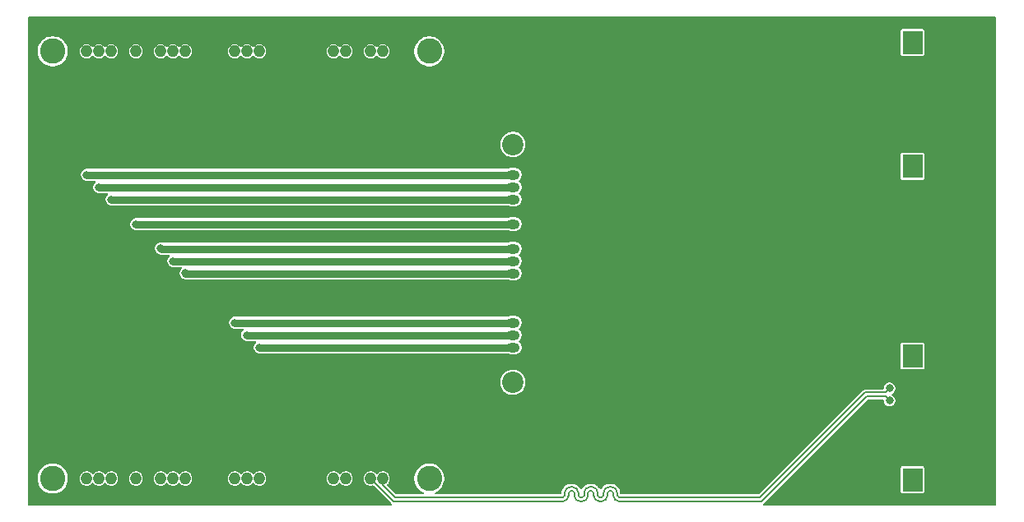
<source format=gbr>
%TF.GenerationSoftware,KiCad,Pcbnew,9.0.7*%
%TF.CreationDate,2026-02-22T20:08:30-06:00*%
%TF.ProjectId,sata-backplane,73617461-2d62-4616-936b-706c616e652e,rev?*%
%TF.SameCoordinates,Original*%
%TF.FileFunction,Copper,L2,Bot*%
%TF.FilePolarity,Positive*%
%FSLAX46Y46*%
G04 Gerber Fmt 4.6, Leading zero omitted, Abs format (unit mm)*
G04 Created by KiCad (PCBNEW 9.0.7) date 2026-02-22 20:08:30*
%MOMM*%
%LPD*%
G01*
G04 APERTURE LIST*
%TA.AperFunction,ComponentPad*%
%ADD10C,3.600000*%
%TD*%
%TA.AperFunction,ConnectorPad*%
%ADD11C,6.400000*%
%TD*%
%TA.AperFunction,ComponentPad*%
%ADD12R,2.057400X2.362200*%
%TD*%
%TA.AperFunction,WasherPad*%
%ADD13C,2.200000*%
%TD*%
%TA.AperFunction,ComponentPad*%
%ADD14O,1.400000X1.000000*%
%TD*%
%TA.AperFunction,WasherPad*%
%ADD15C,2.600000*%
%TD*%
%TA.AperFunction,ComponentPad*%
%ADD16O,1.168400X1.270000*%
%TD*%
%TA.AperFunction,ViaPad*%
%ADD17C,0.800000*%
%TD*%
%TA.AperFunction,Conductor*%
%ADD18C,0.205000*%
%TD*%
%TA.AperFunction,Conductor*%
%ADD19C,0.800000*%
%TD*%
%TA.AperFunction,Conductor*%
%ADD20C,0.300000*%
%TD*%
G04 APERTURE END LIST*
D10*
%TO.P,H4,1,1*%
%TO.N,GND*%
X66750000Y-73900000D03*
D11*
X66750000Y-73900000D03*
%TD*%
D10*
%TO.P,H2,1,1*%
%TO.N,GND*%
X117063086Y-50436200D03*
D11*
X117063086Y-50436200D03*
%TD*%
D10*
%TO.P,H1,1,1*%
%TO.N,GND*%
X66750000Y-45150000D03*
D11*
X66750000Y-45150000D03*
%TD*%
D10*
%TO.P,H3,1,1*%
%TO.N,GND*%
X117063086Y-67983800D03*
D11*
X117063086Y-67983800D03*
%TD*%
D12*
%TO.P,J1,8*%
%TO.N,N/C*%
X125500000Y-81720000D03*
%TO.P,J1,9*%
X125500000Y-68980000D03*
%TD*%
D13*
%TO.P,J5,*%
%TO.N,*%
X84400000Y-71690000D03*
X84400000Y-47190000D03*
D14*
%TO.P,J5,1,V3.3*%
%TO.N,/3V3_A*%
X84400000Y-68090000D03*
%TO.P,J5,2,V3.3*%
%TO.N,/3V3_B*%
X84400000Y-66820000D03*
%TO.P,J5,3,PWDIS*%
%TO.N,/PW_DIS*%
X84400000Y-65550000D03*
%TO.P,J5,4,GND*%
%TO.N,GND*%
X84400000Y-64280000D03*
%TO.P,J5,5,GND*%
X84400000Y-63010000D03*
%TO.P,J5,6,GND*%
X84400000Y-61740000D03*
%TO.P,J5,7,V5.0*%
%TO.N,/5V_PRE*%
X84400000Y-60470000D03*
%TO.P,J5,8,V5.0*%
%TO.N,/5V_A*%
X84400000Y-59200000D03*
%TO.P,J5,9,V5.0*%
%TO.N,/5V_B*%
X84400000Y-57930000D03*
%TO.P,J5,10,GND*%
%TO.N,GND*%
X84400000Y-56660000D03*
%TO.P,J5,11,ACT*%
%TO.N,/SS{slash}ACT*%
X84400000Y-55390000D03*
%TO.P,J5,12,GND*%
%TO.N,GND*%
X84400000Y-54120000D03*
%TO.P,J5,13,V12*%
%TO.N,/12V_PRE*%
X84400000Y-52850000D03*
%TO.P,J5,14,V12*%
%TO.N,/12V_A*%
X84400000Y-51580000D03*
%TO.P,J5,15,V12*%
%TO.N,/12V_B*%
X84400000Y-50310000D03*
%TD*%
D12*
%TO.P,J3,8*%
%TO.N,N/C*%
X125500000Y-49440000D03*
%TO.P,J3,9*%
X125500000Y-36700000D03*
%TD*%
D15*
%TO.P,J2,*%
%TO.N,*%
X75800000Y-81600000D03*
X37060002Y-81600000D03*
D16*
%TO.P,J2,P1,P1*%
%TO.N,/3V3_A*%
X58330000Y-81600000D03*
%TO.P,J2,P2,P2*%
%TO.N,/3V3_B*%
X57060000Y-81600000D03*
%TO.P,J2,P3,P3*%
%TO.N,/PW_DIS*%
X55790000Y-81600000D03*
%TO.P,J2,P4,P4*%
%TO.N,GND*%
X54520000Y-81600000D03*
%TO.P,J2,P5,P5*%
X53250000Y-81600000D03*
%TO.P,J2,P6,P6*%
X51980000Y-81600000D03*
%TO.P,J2,P7,P7*%
%TO.N,/5V_PRE*%
X50710000Y-81600000D03*
%TO.P,J2,P8,P8*%
%TO.N,/5V_A*%
X49440000Y-81600000D03*
%TO.P,J2,P9,P9*%
%TO.N,/5V_B*%
X48170000Y-81600000D03*
%TO.P,J2,P10,P10*%
%TO.N,GND*%
X46900000Y-81600000D03*
%TO.P,J2,P11,P11*%
%TO.N,/SS{slash}ACT*%
X45630000Y-81600000D03*
%TO.P,J2,P12,P12*%
%TO.N,GND*%
X44360000Y-81600000D03*
%TO.P,J2,P13,P13*%
%TO.N,/12V_PRE*%
X43090000Y-81600000D03*
%TO.P,J2,P14,P14*%
%TO.N,/12V_A*%
X41820000Y-81600000D03*
%TO.P,J2,P15,P15*%
%TO.N,/12V_B*%
X40550000Y-81600000D03*
%TO.P,J2,S1,S1*%
%TO.N,GND*%
X72300000Y-81600000D03*
%TO.P,J2,S2,S2*%
%TO.N,/SATA1_A+*%
X71030000Y-81600000D03*
%TO.P,J2,S3,S3*%
%TO.N,/SATA1_A-*%
X69760000Y-81600000D03*
%TO.P,J2,S4,S4*%
%TO.N,GND*%
X68490000Y-81600000D03*
%TO.P,J2,S5,S5*%
%TO.N,/SATA1_B+*%
X67220000Y-81600000D03*
%TO.P,J2,S6,S6*%
%TO.N,/SATA1_B-*%
X65950000Y-81600000D03*
%TO.P,J2,S7,S7*%
%TO.N,GND*%
X64680000Y-81600000D03*
%TD*%
D15*
%TO.P,J4,*%
%TO.N,*%
X75800000Y-37600000D03*
X37060002Y-37600000D03*
D16*
%TO.P,J4,P1,P1*%
%TO.N,/3V3_A*%
X58330000Y-37600000D03*
%TO.P,J4,P2,P2*%
%TO.N,/3V3_B*%
X57060000Y-37600000D03*
%TO.P,J4,P3,P3*%
%TO.N,/PW_DIS*%
X55790000Y-37600000D03*
%TO.P,J4,P4,P4*%
%TO.N,GND*%
X54520000Y-37600000D03*
%TO.P,J4,P5,P5*%
X53250000Y-37600000D03*
%TO.P,J4,P6,P6*%
X51980000Y-37600000D03*
%TO.P,J4,P7,P7*%
%TO.N,/5V_PRE*%
X50710000Y-37600000D03*
%TO.P,J4,P8,P8*%
%TO.N,/5V_A*%
X49440000Y-37600000D03*
%TO.P,J4,P9,P9*%
%TO.N,/5V_B*%
X48170000Y-37600000D03*
%TO.P,J4,P10,P10*%
%TO.N,GND*%
X46900000Y-37600000D03*
%TO.P,J4,P11,P11*%
%TO.N,/SS{slash}ACT*%
X45630000Y-37600000D03*
%TO.P,J4,P12,P12*%
%TO.N,GND*%
X44360000Y-37600000D03*
%TO.P,J4,P13,P13*%
%TO.N,/12V_PRE*%
X43090000Y-37600000D03*
%TO.P,J4,P14,P14*%
%TO.N,/12V_A*%
X41820000Y-37600000D03*
%TO.P,J4,P15,P15*%
%TO.N,/12V_B*%
X40550000Y-37600000D03*
%TO.P,J4,S1,S1*%
%TO.N,GND*%
X72300000Y-37600000D03*
%TO.P,J4,S2,S2*%
%TO.N,/SATA2_A+*%
X71030000Y-37600000D03*
%TO.P,J4,S3,S3*%
%TO.N,/SATA2_A-*%
X69760000Y-37600000D03*
%TO.P,J4,S4,S4*%
%TO.N,GND*%
X68490000Y-37600000D03*
%TO.P,J4,S5,S5*%
%TO.N,/SATA2_B+*%
X67220000Y-37600000D03*
%TO.P,J4,S6,S6*%
%TO.N,/SATA2_B-*%
X65950000Y-37600000D03*
%TO.P,J4,S7,S7*%
%TO.N,GND*%
X64680000Y-37600000D03*
%TD*%
D17*
%TO.N,GND*%
X123140086Y-38760001D03*
X123140086Y-42570001D03*
X123140086Y-74850001D03*
X123140086Y-78660001D03*
X123140086Y-46380001D03*
X123140086Y-71040001D03*
%TO.N,/SATA1_A+*%
X123140086Y-72310001D03*
%TO.N,/SATA1_A-*%
X123140086Y-73580001D03*
%TO.N,/3V3_B*%
X57050000Y-66820000D03*
%TO.N,/12V_A*%
X41820000Y-51600000D03*
%TO.N,/SS{slash}ACT*%
X45630000Y-55400000D03*
%TO.N,/PW_DIS*%
X55790000Y-65550000D03*
%TO.N,/12V_PRE*%
X43090000Y-52850000D03*
%TO.N,/3V3_A*%
X58330000Y-68100000D03*
%TO.N,/5V_PRE*%
X50710000Y-60450000D03*
%TO.N,/12V_B*%
X40560000Y-50310000D03*
%TO.N,/5V_B*%
X48170000Y-57900000D03*
%TO.N,/5V_A*%
X49450000Y-59200000D03*
%TD*%
D18*
%TO.N,/SATA1_A+*%
X95123932Y-83066650D02*
X95123932Y-83350000D01*
X95319832Y-83545900D02*
X95519832Y-83545900D01*
X120620457Y-72740901D02*
X122709186Y-72740901D01*
X71030000Y-82292718D02*
X72283182Y-83545900D01*
X91123932Y-83066650D02*
X91123932Y-83350000D01*
X97400787Y-83545900D02*
X109815458Y-83545900D01*
X95519832Y-83545900D02*
X97400787Y-83545900D01*
X93715732Y-83350000D02*
X93715732Y-83066650D01*
X91715732Y-83350000D02*
X91715732Y-83066650D01*
X92319832Y-82462550D02*
X92519832Y-82462550D01*
X122709186Y-72740901D02*
X123140086Y-72310001D01*
X91319832Y-83545900D02*
X91519832Y-83545900D01*
X109815458Y-83545900D02*
X120620457Y-72740901D01*
X89715732Y-83350000D02*
X89715732Y-83066650D01*
X93319832Y-83545900D02*
X93519832Y-83545900D01*
X90319832Y-82462550D02*
X90519832Y-82462550D01*
X71030000Y-81600000D02*
X71030000Y-82292718D01*
X94319832Y-82462550D02*
X94519832Y-82462550D01*
X72283182Y-83545900D02*
X89519832Y-83545900D01*
X93123932Y-83066650D02*
X93123932Y-83350000D01*
X91123932Y-83350000D02*
G75*
G03*
X91319832Y-83545868I195868J0D01*
G01*
X90519832Y-82462550D02*
G75*
G02*
X91123950Y-83066650I-32J-604150D01*
G01*
X95123932Y-83350000D02*
G75*
G03*
X95319832Y-83545868I195868J0D01*
G01*
X92519832Y-82462550D02*
G75*
G02*
X93123950Y-83066650I-32J-604150D01*
G01*
X91519832Y-83545900D02*
G75*
G03*
X91715700Y-83350000I-32J195900D01*
G01*
X93519832Y-83545900D02*
G75*
G03*
X93715700Y-83350000I-32J195900D01*
G01*
X93715732Y-83066650D02*
G75*
G02*
X94319832Y-82462632I604068J-50D01*
G01*
X94519832Y-82462550D02*
G75*
G02*
X95123950Y-83066650I-32J-604150D01*
G01*
X89715732Y-83066650D02*
G75*
G02*
X90319832Y-82462632I604068J-50D01*
G01*
X93123932Y-83350000D02*
G75*
G03*
X93319832Y-83545868I195868J0D01*
G01*
X89519832Y-83545900D02*
G75*
G03*
X89715700Y-83350000I-32J195900D01*
G01*
X91715732Y-83066650D02*
G75*
G02*
X92319832Y-82462632I604068J-50D01*
G01*
%TO.N,/SATA1_A-*%
X90123932Y-83350000D02*
X90123932Y-83066650D01*
X94715732Y-83066650D02*
X94715732Y-83350000D01*
X91319832Y-83954100D02*
X91519832Y-83954100D01*
X90319832Y-82870750D02*
X90519832Y-82870750D01*
X95519832Y-83954100D02*
X97400787Y-83954100D01*
X69760000Y-81600000D02*
X72114100Y-83954100D01*
X97400787Y-83954100D02*
X109984542Y-83954100D01*
X92715732Y-83066650D02*
X92715732Y-83350000D01*
X109984542Y-83954100D02*
X120789541Y-73149101D01*
X122709186Y-73149101D02*
X123140086Y-73580001D01*
X92123932Y-83350000D02*
X92123932Y-83066650D01*
X72114100Y-83954100D02*
X89519832Y-83954100D01*
X92319832Y-82870750D02*
X92519832Y-82870750D01*
X95319832Y-83954100D02*
X95519832Y-83954100D01*
X90715732Y-83066650D02*
X90715732Y-83350000D01*
X120789541Y-73149101D02*
X122709186Y-73149101D01*
X93319832Y-83954100D02*
X93519832Y-83954100D01*
X94319832Y-82870750D02*
X94519832Y-82870750D01*
X94123932Y-83350000D02*
X94123932Y-83066650D01*
X93519832Y-83954100D02*
G75*
G03*
X94123900Y-83350000I-32J604100D01*
G01*
X90123932Y-83066650D02*
G75*
G02*
X90319832Y-82870832I195868J-50D01*
G01*
X91519832Y-83954100D02*
G75*
G03*
X92123900Y-83350000I-32J604100D01*
G01*
X94123932Y-83066650D02*
G75*
G02*
X94319832Y-82870832I195868J-50D01*
G01*
X90715732Y-83350000D02*
G75*
G03*
X91319832Y-83954068I604068J0D01*
G01*
X90519832Y-82870750D02*
G75*
G02*
X90715750Y-83066650I-32J-195950D01*
G01*
X92519832Y-82870750D02*
G75*
G02*
X92715750Y-83066650I-32J-195950D01*
G01*
X89519832Y-83954100D02*
G75*
G03*
X90123900Y-83350000I-32J604100D01*
G01*
X92715732Y-83350000D02*
G75*
G03*
X93319832Y-83954068I604068J0D01*
G01*
X94715732Y-83350000D02*
G75*
G03*
X95319832Y-83954068I604068J0D01*
G01*
X92123932Y-83066650D02*
G75*
G02*
X92319832Y-82870832I195868J-50D01*
G01*
X94519832Y-82870750D02*
G75*
G02*
X94715750Y-83066650I-32J-195950D01*
G01*
D19*
%TO.N,/3V3_B*%
X57050000Y-66820000D02*
X84400000Y-66820000D01*
%TO.N,/12V_A*%
X41820000Y-51600000D02*
X41840000Y-51580000D01*
X41840000Y-51580000D02*
X84400000Y-51580000D01*
%TO.N,/SS{slash}ACT*%
X45630000Y-55400000D02*
X45640000Y-55390000D01*
X45640000Y-55390000D02*
X84400000Y-55390000D01*
%TO.N,/PW_DIS*%
X55790000Y-65550000D02*
X84400000Y-65550000D01*
%TO.N,/12V_PRE*%
X43090000Y-52850000D02*
X84400000Y-52850000D01*
D20*
%TO.N,/3V3_A*%
X58330000Y-68100000D02*
X58340000Y-68090000D01*
D19*
X58340000Y-68090000D02*
X84400000Y-68090000D01*
%TO.N,/5V_PRE*%
X50730000Y-60470000D02*
X84400000Y-60470000D01*
D20*
X50710000Y-60450000D02*
X50730000Y-60470000D01*
D19*
%TO.N,/12V_B*%
X40560000Y-50310000D02*
X84400000Y-50310000D01*
%TO.N,/5V_B*%
X48170000Y-57900000D02*
X48200000Y-57930000D01*
X48200000Y-57930000D02*
X84400000Y-57930000D01*
%TO.N,/5V_A*%
X49450000Y-59200000D02*
X84400000Y-59200000D01*
%TD*%
%TA.AperFunction,Conductor*%
%TO.N,GND*%
G36*
X134042539Y-34020185D02*
G01*
X134088294Y-34072989D01*
X134099500Y-34124500D01*
X134099500Y-84275500D01*
X134079815Y-84342539D01*
X134027011Y-84388294D01*
X133975500Y-84399500D01*
X110267012Y-84399500D01*
X110245768Y-84393262D01*
X110223681Y-84391683D01*
X110212895Y-84383609D01*
X110199973Y-84379815D01*
X110185475Y-84363083D01*
X110167747Y-84349813D01*
X110163038Y-84337190D01*
X110154218Y-84327011D01*
X110151066Y-84305095D01*
X110143328Y-84284349D01*
X110146191Y-84271185D01*
X110144274Y-84257853D01*
X110153471Y-84237712D01*
X110158178Y-84216076D01*
X110171448Y-84198348D01*
X110173299Y-84194297D01*
X110179314Y-84187835D01*
X110227003Y-84140147D01*
X110227004Y-84140144D01*
X113848001Y-80519147D01*
X124270800Y-80519147D01*
X124270800Y-82920852D01*
X124282431Y-82979329D01*
X124282432Y-82979330D01*
X124326747Y-83045652D01*
X124393069Y-83089967D01*
X124393070Y-83089968D01*
X124451547Y-83101599D01*
X124451550Y-83101600D01*
X124451552Y-83101600D01*
X126548450Y-83101600D01*
X126548451Y-83101599D01*
X126563268Y-83098652D01*
X126606929Y-83089968D01*
X126606929Y-83089967D01*
X126606931Y-83089967D01*
X126673252Y-83045652D01*
X126717567Y-82979331D01*
X126717567Y-82979329D01*
X126717568Y-82979329D01*
X126726252Y-82935668D01*
X126729200Y-82920848D01*
X126729200Y-80519152D01*
X126729200Y-80519149D01*
X126729199Y-80519147D01*
X126717568Y-80460670D01*
X126717567Y-80460669D01*
X126673252Y-80394347D01*
X126606930Y-80350032D01*
X126606929Y-80350031D01*
X126548452Y-80338400D01*
X126548448Y-80338400D01*
X124451552Y-80338400D01*
X124451547Y-80338400D01*
X124393070Y-80350031D01*
X124393069Y-80350032D01*
X124326747Y-80394347D01*
X124282432Y-80460669D01*
X124282431Y-80460670D01*
X124270800Y-80519147D01*
X113848001Y-80519147D01*
X120878728Y-73488420D01*
X120940051Y-73454935D01*
X120966409Y-73452101D01*
X122415586Y-73452101D01*
X122482625Y-73471786D01*
X122528380Y-73524590D01*
X122539586Y-73576101D01*
X122539586Y-73659057D01*
X122580509Y-73811784D01*
X122580512Y-73811791D01*
X122659561Y-73948710D01*
X122659565Y-73948715D01*
X122659566Y-73948717D01*
X122771370Y-74060521D01*
X122771372Y-74060522D01*
X122771376Y-74060525D01*
X122908295Y-74139574D01*
X122908302Y-74139578D01*
X123061029Y-74180501D01*
X123061031Y-74180501D01*
X123219141Y-74180501D01*
X123219143Y-74180501D01*
X123371870Y-74139578D01*
X123508802Y-74060521D01*
X123620606Y-73948717D01*
X123699663Y-73811785D01*
X123740586Y-73659058D01*
X123740586Y-73500944D01*
X123699663Y-73348217D01*
X123699659Y-73348210D01*
X123620610Y-73211291D01*
X123620604Y-73211283D01*
X123508803Y-73099482D01*
X123508802Y-73099481D01*
X123427234Y-73052388D01*
X123379019Y-73001822D01*
X123365795Y-72933215D01*
X123391763Y-72868350D01*
X123427233Y-72837613D01*
X123508802Y-72790521D01*
X123620606Y-72678717D01*
X123699663Y-72541785D01*
X123740586Y-72389058D01*
X123740586Y-72230944D01*
X123699663Y-72078217D01*
X123651349Y-71994534D01*
X123620610Y-71941291D01*
X123620604Y-71941283D01*
X123508803Y-71829482D01*
X123508795Y-71829476D01*
X123371876Y-71750427D01*
X123371872Y-71750425D01*
X123371870Y-71750424D01*
X123219143Y-71709501D01*
X123061029Y-71709501D01*
X122908302Y-71750424D01*
X122908295Y-71750427D01*
X122771376Y-71829476D01*
X122771368Y-71829482D01*
X122659567Y-71941283D01*
X122659561Y-71941291D01*
X122580512Y-72078210D01*
X122580509Y-72078217D01*
X122539586Y-72230944D01*
X122539586Y-72313901D01*
X122519901Y-72380940D01*
X122467097Y-72426695D01*
X122415586Y-72437901D01*
X120660352Y-72437901D01*
X120660348Y-72437900D01*
X120580566Y-72437900D01*
X120519789Y-72454186D01*
X120509255Y-72457008D01*
X120503504Y-72458549D01*
X120503502Y-72458550D01*
X120434411Y-72498439D01*
X120374870Y-72557980D01*
X109726270Y-83206581D01*
X109664947Y-83240066D01*
X109638589Y-83242900D01*
X95550937Y-83242900D01*
X95542316Y-83240368D01*
X95533426Y-83241657D01*
X95509314Y-83230678D01*
X95483898Y-83223215D01*
X95478015Y-83216426D01*
X95469838Y-83212703D01*
X95455488Y-83190428D01*
X95438143Y-83170411D01*
X95435865Y-83159968D01*
X95431999Y-83153967D01*
X95426937Y-83119037D01*
X95426936Y-83118135D01*
X95426978Y-83117989D01*
X95426954Y-83117990D01*
X95426943Y-82977287D01*
X95415976Y-82922171D01*
X95392073Y-82802044D01*
X95323688Y-82636971D01*
X95316751Y-82626590D01*
X95224421Y-82488416D01*
X95224419Y-82488413D01*
X95224416Y-82488409D01*
X95146233Y-82410228D01*
X95098076Y-82362072D01*
X95098071Y-82362068D01*
X95058309Y-82335500D01*
X94949568Y-82262841D01*
X94949504Y-82262798D01*
X94784431Y-82194419D01*
X94784423Y-82194417D01*
X94609190Y-82159554D01*
X94609184Y-82159553D01*
X94564854Y-82159551D01*
X94564854Y-82159550D01*
X94559723Y-82159550D01*
X94519848Y-82159550D01*
X94519837Y-82159549D01*
X94461893Y-82159546D01*
X94461843Y-82159550D01*
X94272502Y-82159550D01*
X94271289Y-82159628D01*
X94230511Y-82159627D01*
X94055270Y-82194474D01*
X94055265Y-82194476D01*
X93890191Y-82262840D01*
X93890189Y-82262841D01*
X93741624Y-82362095D01*
X93615275Y-82488429D01*
X93522942Y-82626590D01*
X93469326Y-82671390D01*
X93400001Y-82680092D01*
X93336976Y-82649932D01*
X93316751Y-82626590D01*
X93224416Y-82488409D01*
X93146233Y-82410228D01*
X93098076Y-82362072D01*
X93098071Y-82362068D01*
X93058309Y-82335500D01*
X92949568Y-82262841D01*
X92949504Y-82262798D01*
X92784431Y-82194419D01*
X92784423Y-82194417D01*
X92609190Y-82159554D01*
X92609184Y-82159553D01*
X92564854Y-82159551D01*
X92564854Y-82159550D01*
X92559723Y-82159550D01*
X92519848Y-82159550D01*
X92519837Y-82159549D01*
X92461893Y-82159546D01*
X92461843Y-82159550D01*
X92272502Y-82159550D01*
X92271289Y-82159628D01*
X92230511Y-82159627D01*
X92055270Y-82194474D01*
X92055265Y-82194476D01*
X91890191Y-82262840D01*
X91890189Y-82262841D01*
X91741624Y-82362095D01*
X91615275Y-82488429D01*
X91522942Y-82626590D01*
X91469326Y-82671390D01*
X91400001Y-82680092D01*
X91336976Y-82649932D01*
X91316751Y-82626590D01*
X91224416Y-82488409D01*
X91146233Y-82410228D01*
X91098076Y-82362072D01*
X91098071Y-82362068D01*
X91058309Y-82335500D01*
X90949568Y-82262841D01*
X90949504Y-82262798D01*
X90784431Y-82194419D01*
X90784423Y-82194417D01*
X90609190Y-82159554D01*
X90609184Y-82159553D01*
X90564854Y-82159551D01*
X90564854Y-82159550D01*
X90559723Y-82159550D01*
X90519848Y-82159550D01*
X90519837Y-82159549D01*
X90461893Y-82159546D01*
X90461843Y-82159550D01*
X90272502Y-82159550D01*
X90271289Y-82159628D01*
X90230511Y-82159627D01*
X90055270Y-82194474D01*
X90055265Y-82194476D01*
X89890191Y-82262840D01*
X89890189Y-82262841D01*
X89741624Y-82362095D01*
X89615276Y-82488428D01*
X89515996Y-82636984D01*
X89515996Y-82636985D01*
X89447611Y-82802046D01*
X89447610Y-82802048D01*
X89423970Y-82920848D01*
X89412740Y-82977286D01*
X89412738Y-82977294D01*
X89412735Y-83019136D01*
X89412735Y-83026747D01*
X89412732Y-83026759D01*
X89412732Y-83066573D01*
X89412732Y-83066607D01*
X89412732Y-83066627D01*
X89412727Y-83118912D01*
X89393036Y-83185949D01*
X89340228Y-83231699D01*
X89288727Y-83242900D01*
X76497263Y-83242900D01*
X76430224Y-83223215D01*
X76384469Y-83170411D01*
X76374525Y-83101253D01*
X76403550Y-83037697D01*
X76440968Y-83008415D01*
X76455357Y-83001083D01*
X76610228Y-82922172D01*
X76807086Y-82779146D01*
X76979146Y-82607086D01*
X77122172Y-82410228D01*
X77232642Y-82193420D01*
X77307835Y-81961999D01*
X77316549Y-81906981D01*
X77345900Y-81721670D01*
X77345900Y-81478329D01*
X77307835Y-81238000D01*
X77281718Y-81157621D01*
X77232642Y-81006580D01*
X77122172Y-80789772D01*
X76979146Y-80592914D01*
X76807086Y-80420854D01*
X76610228Y-80277828D01*
X76393420Y-80167358D01*
X76333402Y-80147857D01*
X76161999Y-80092164D01*
X75921670Y-80054100D01*
X75921665Y-80054100D01*
X75678335Y-80054100D01*
X75678330Y-80054100D01*
X75438000Y-80092164D01*
X75206577Y-80167359D01*
X74989771Y-80277828D01*
X74877457Y-80359429D01*
X74792914Y-80420854D01*
X74792912Y-80420856D01*
X74792911Y-80420856D01*
X74620856Y-80592911D01*
X74620856Y-80592912D01*
X74620854Y-80592914D01*
X74559429Y-80677457D01*
X74477828Y-80789771D01*
X74367359Y-81006577D01*
X74292164Y-81238000D01*
X74254100Y-81478329D01*
X74254100Y-81721670D01*
X74292164Y-81961999D01*
X74332868Y-82087270D01*
X74367358Y-82193420D01*
X74477828Y-82410228D01*
X74620854Y-82607086D01*
X74792914Y-82779146D01*
X74989772Y-82922172D01*
X75097954Y-82977294D01*
X75159032Y-83008415D01*
X75209828Y-83056390D01*
X75226623Y-83124211D01*
X75204085Y-83190346D01*
X75149370Y-83233797D01*
X75102737Y-83242900D01*
X72460051Y-83242900D01*
X72393012Y-83223215D01*
X72372370Y-83206581D01*
X71495132Y-82329343D01*
X71461647Y-82268020D01*
X71466631Y-82198328D01*
X71495132Y-82153981D01*
X71561838Y-82087274D01*
X71561841Y-82087271D01*
X71636773Y-81975127D01*
X71688387Y-81850520D01*
X71696997Y-81807231D01*
X71714700Y-81718239D01*
X71714700Y-81481760D01*
X71688388Y-81349485D01*
X71688387Y-81349484D01*
X71688387Y-81349480D01*
X71636773Y-81224873D01*
X71636772Y-81224872D01*
X71636769Y-81224866D01*
X71561841Y-81112729D01*
X71561838Y-81112725D01*
X71466474Y-81017361D01*
X71466470Y-81017358D01*
X71354333Y-80942430D01*
X71354324Y-80942425D01*
X71229720Y-80890813D01*
X71229714Y-80890811D01*
X71097439Y-80864500D01*
X71097437Y-80864500D01*
X70962563Y-80864500D01*
X70962561Y-80864500D01*
X70830285Y-80890811D01*
X70830279Y-80890813D01*
X70705675Y-80942425D01*
X70705666Y-80942430D01*
X70593529Y-81017358D01*
X70593525Y-81017361D01*
X70498161Y-81112725D01*
X70498154Y-81112734D01*
X70498097Y-81112820D01*
X70498055Y-81112854D01*
X70494295Y-81117437D01*
X70493425Y-81116723D01*
X70444482Y-81157621D01*
X70375156Y-81166324D01*
X70312131Y-81136165D01*
X70295821Y-81117341D01*
X70295705Y-81117437D01*
X70292148Y-81113103D01*
X70291903Y-81112820D01*
X70291845Y-81112734D01*
X70291838Y-81112725D01*
X70196474Y-81017361D01*
X70196470Y-81017358D01*
X70084333Y-80942430D01*
X70084324Y-80942425D01*
X69959720Y-80890813D01*
X69959714Y-80890811D01*
X69827439Y-80864500D01*
X69827437Y-80864500D01*
X69692563Y-80864500D01*
X69692561Y-80864500D01*
X69560285Y-80890811D01*
X69560279Y-80890813D01*
X69435675Y-80942425D01*
X69435666Y-80942430D01*
X69323529Y-81017358D01*
X69323525Y-81017361D01*
X69228161Y-81112725D01*
X69228158Y-81112729D01*
X69153230Y-81224866D01*
X69153225Y-81224875D01*
X69101613Y-81349479D01*
X69101611Y-81349485D01*
X69075300Y-81481760D01*
X69075300Y-81481763D01*
X69075300Y-81718237D01*
X69075300Y-81718239D01*
X69075299Y-81718239D01*
X69101611Y-81850514D01*
X69101613Y-81850520D01*
X69153225Y-81975124D01*
X69153230Y-81975133D01*
X69228158Y-82087270D01*
X69228161Y-82087274D01*
X69323525Y-82182638D01*
X69323529Y-82182641D01*
X69435666Y-82257569D01*
X69435675Y-82257574D01*
X69448391Y-82262841D01*
X69560280Y-82309187D01*
X69560284Y-82309187D01*
X69560285Y-82309188D01*
X69692560Y-82335500D01*
X69692563Y-82335500D01*
X69827438Y-82335500D01*
X69863890Y-82328248D01*
X69959720Y-82309187D01*
X69959722Y-82309185D01*
X69962241Y-82308685D01*
X70031832Y-82314912D01*
X70074114Y-82342621D01*
X70971560Y-83240066D01*
X71871636Y-84140142D01*
X71871639Y-84140147D01*
X71919314Y-84187822D01*
X71944404Y-84233772D01*
X71952796Y-84249141D01*
X71952795Y-84249142D01*
X71952797Y-84249144D01*
X71951583Y-84266109D01*
X71947812Y-84318832D01*
X71947811Y-84318833D01*
X71947811Y-84318836D01*
X71905939Y-84374769D01*
X71862192Y-84391084D01*
X71840477Y-84399184D01*
X71831630Y-84399500D01*
X34674500Y-84399500D01*
X34607461Y-84379815D01*
X34561706Y-84327011D01*
X34550500Y-84275500D01*
X34550500Y-81478329D01*
X35514102Y-81478329D01*
X35514102Y-81721670D01*
X35552166Y-81961999D01*
X35592870Y-82087270D01*
X35627360Y-82193420D01*
X35737830Y-82410228D01*
X35880856Y-82607086D01*
X36052916Y-82779146D01*
X36249774Y-82922172D01*
X36466582Y-83032642D01*
X36642309Y-83089739D01*
X36698002Y-83107835D01*
X36938332Y-83145900D01*
X36938337Y-83145900D01*
X37181672Y-83145900D01*
X37422001Y-83107835D01*
X37442258Y-83101253D01*
X37653422Y-83032642D01*
X37870230Y-82922172D01*
X38067088Y-82779146D01*
X38239148Y-82607086D01*
X38382174Y-82410228D01*
X38492644Y-82193420D01*
X38567837Y-81961999D01*
X38576551Y-81906981D01*
X38605902Y-81721670D01*
X38605902Y-81718239D01*
X39865299Y-81718239D01*
X39891611Y-81850514D01*
X39891613Y-81850520D01*
X39943225Y-81975124D01*
X39943230Y-81975133D01*
X40018158Y-82087270D01*
X40018161Y-82087274D01*
X40113525Y-82182638D01*
X40113529Y-82182641D01*
X40225666Y-82257569D01*
X40225675Y-82257574D01*
X40238391Y-82262841D01*
X40350280Y-82309187D01*
X40350284Y-82309187D01*
X40350285Y-82309188D01*
X40482560Y-82335500D01*
X40482563Y-82335500D01*
X40617439Y-82335500D01*
X40706431Y-82317797D01*
X40749720Y-82309187D01*
X40874327Y-82257573D01*
X40986471Y-82182641D01*
X41081841Y-82087271D01*
X41081863Y-82087237D01*
X41081897Y-82087188D01*
X41081936Y-82087154D01*
X41085705Y-82082563D01*
X41086575Y-82083277D01*
X41135508Y-82042382D01*
X41204833Y-82033673D01*
X41267861Y-82063827D01*
X41284178Y-82082658D01*
X41284295Y-82082563D01*
X41287867Y-82086916D01*
X41288103Y-82087188D01*
X41288157Y-82087269D01*
X41288161Y-82087274D01*
X41383525Y-82182638D01*
X41383529Y-82182641D01*
X41495666Y-82257569D01*
X41495675Y-82257574D01*
X41508391Y-82262841D01*
X41620280Y-82309187D01*
X41620284Y-82309187D01*
X41620285Y-82309188D01*
X41752560Y-82335500D01*
X41752563Y-82335500D01*
X41887439Y-82335500D01*
X41976431Y-82317797D01*
X42019720Y-82309187D01*
X42144327Y-82257573D01*
X42256471Y-82182641D01*
X42351841Y-82087271D01*
X42351863Y-82087237D01*
X42351897Y-82087188D01*
X42351936Y-82087154D01*
X42355705Y-82082563D01*
X42356575Y-82083277D01*
X42405508Y-82042382D01*
X42474833Y-82033673D01*
X42537861Y-82063827D01*
X42554178Y-82082658D01*
X42554295Y-82082563D01*
X42557867Y-82086916D01*
X42558103Y-82087188D01*
X42558157Y-82087269D01*
X42558161Y-82087274D01*
X42653525Y-82182638D01*
X42653529Y-82182641D01*
X42765666Y-82257569D01*
X42765675Y-82257574D01*
X42778391Y-82262841D01*
X42890280Y-82309187D01*
X42890284Y-82309187D01*
X42890285Y-82309188D01*
X43022560Y-82335500D01*
X43022563Y-82335500D01*
X43157439Y-82335500D01*
X43246431Y-82317797D01*
X43289720Y-82309187D01*
X43414327Y-82257573D01*
X43526471Y-82182641D01*
X43621841Y-82087271D01*
X43696773Y-81975127D01*
X43748387Y-81850520D01*
X43756997Y-81807231D01*
X43774700Y-81718239D01*
X44945299Y-81718239D01*
X44971611Y-81850514D01*
X44971613Y-81850520D01*
X45023225Y-81975124D01*
X45023230Y-81975133D01*
X45098158Y-82087270D01*
X45098161Y-82087274D01*
X45193525Y-82182638D01*
X45193529Y-82182641D01*
X45305666Y-82257569D01*
X45305675Y-82257574D01*
X45318391Y-82262841D01*
X45430280Y-82309187D01*
X45430284Y-82309187D01*
X45430285Y-82309188D01*
X45562560Y-82335500D01*
X45562563Y-82335500D01*
X45697439Y-82335500D01*
X45786431Y-82317797D01*
X45829720Y-82309187D01*
X45954327Y-82257573D01*
X46066471Y-82182641D01*
X46161841Y-82087271D01*
X46236773Y-81975127D01*
X46288387Y-81850520D01*
X46296997Y-81807231D01*
X46314700Y-81718239D01*
X47485299Y-81718239D01*
X47511611Y-81850514D01*
X47511613Y-81850520D01*
X47563225Y-81975124D01*
X47563230Y-81975133D01*
X47638158Y-82087270D01*
X47638161Y-82087274D01*
X47733525Y-82182638D01*
X47733529Y-82182641D01*
X47845666Y-82257569D01*
X47845675Y-82257574D01*
X47858391Y-82262841D01*
X47970280Y-82309187D01*
X47970284Y-82309187D01*
X47970285Y-82309188D01*
X48102560Y-82335500D01*
X48102563Y-82335500D01*
X48237439Y-82335500D01*
X48326431Y-82317797D01*
X48369720Y-82309187D01*
X48494327Y-82257573D01*
X48606471Y-82182641D01*
X48701841Y-82087271D01*
X48701863Y-82087237D01*
X48701897Y-82087188D01*
X48701936Y-82087154D01*
X48705705Y-82082563D01*
X48706575Y-82083277D01*
X48755508Y-82042382D01*
X48824833Y-82033673D01*
X48887861Y-82063827D01*
X48904178Y-82082658D01*
X48904295Y-82082563D01*
X48907867Y-82086916D01*
X48908103Y-82087188D01*
X48908157Y-82087269D01*
X48908161Y-82087274D01*
X49003525Y-82182638D01*
X49003529Y-82182641D01*
X49115666Y-82257569D01*
X49115675Y-82257574D01*
X49128391Y-82262841D01*
X49240280Y-82309187D01*
X49240284Y-82309187D01*
X49240285Y-82309188D01*
X49372560Y-82335500D01*
X49372563Y-82335500D01*
X49507439Y-82335500D01*
X49596431Y-82317797D01*
X49639720Y-82309187D01*
X49764327Y-82257573D01*
X49876471Y-82182641D01*
X49971841Y-82087271D01*
X49971863Y-82087237D01*
X49971897Y-82087188D01*
X49971936Y-82087154D01*
X49975705Y-82082563D01*
X49976575Y-82083277D01*
X50025508Y-82042382D01*
X50094833Y-82033673D01*
X50157861Y-82063827D01*
X50174178Y-82082658D01*
X50174295Y-82082563D01*
X50177867Y-82086916D01*
X50178103Y-82087188D01*
X50178157Y-82087269D01*
X50178161Y-82087274D01*
X50273525Y-82182638D01*
X50273529Y-82182641D01*
X50385666Y-82257569D01*
X50385675Y-82257574D01*
X50398391Y-82262841D01*
X50510280Y-82309187D01*
X50510284Y-82309187D01*
X50510285Y-82309188D01*
X50642560Y-82335500D01*
X50642563Y-82335500D01*
X50777439Y-82335500D01*
X50866431Y-82317797D01*
X50909720Y-82309187D01*
X51034327Y-82257573D01*
X51146471Y-82182641D01*
X51241841Y-82087271D01*
X51316773Y-81975127D01*
X51368387Y-81850520D01*
X51376997Y-81807231D01*
X51394700Y-81718239D01*
X55105299Y-81718239D01*
X55131611Y-81850514D01*
X55131613Y-81850520D01*
X55183225Y-81975124D01*
X55183230Y-81975133D01*
X55258158Y-82087270D01*
X55258161Y-82087274D01*
X55353525Y-82182638D01*
X55353529Y-82182641D01*
X55465666Y-82257569D01*
X55465675Y-82257574D01*
X55478391Y-82262841D01*
X55590280Y-82309187D01*
X55590284Y-82309187D01*
X55590285Y-82309188D01*
X55722560Y-82335500D01*
X55722563Y-82335500D01*
X55857439Y-82335500D01*
X55946431Y-82317797D01*
X55989720Y-82309187D01*
X56114327Y-82257573D01*
X56226471Y-82182641D01*
X56321841Y-82087271D01*
X56321863Y-82087237D01*
X56321897Y-82087188D01*
X56321936Y-82087154D01*
X56325705Y-82082563D01*
X56326575Y-82083277D01*
X56375508Y-82042382D01*
X56444833Y-82033673D01*
X56507861Y-82063827D01*
X56524178Y-82082658D01*
X56524295Y-82082563D01*
X56527867Y-82086916D01*
X56528103Y-82087188D01*
X56528157Y-82087269D01*
X56528161Y-82087274D01*
X56623525Y-82182638D01*
X56623529Y-82182641D01*
X56735666Y-82257569D01*
X56735675Y-82257574D01*
X56748391Y-82262841D01*
X56860280Y-82309187D01*
X56860284Y-82309187D01*
X56860285Y-82309188D01*
X56992560Y-82335500D01*
X56992563Y-82335500D01*
X57127439Y-82335500D01*
X57216431Y-82317797D01*
X57259720Y-82309187D01*
X57384327Y-82257573D01*
X57496471Y-82182641D01*
X57591841Y-82087271D01*
X57591863Y-82087237D01*
X57591897Y-82087188D01*
X57591936Y-82087154D01*
X57595705Y-82082563D01*
X57596575Y-82083277D01*
X57645508Y-82042382D01*
X57714833Y-82033673D01*
X57777861Y-82063827D01*
X57794178Y-82082658D01*
X57794295Y-82082563D01*
X57797867Y-82086916D01*
X57798103Y-82087188D01*
X57798157Y-82087269D01*
X57798161Y-82087274D01*
X57893525Y-82182638D01*
X57893529Y-82182641D01*
X58005666Y-82257569D01*
X58005675Y-82257574D01*
X58018391Y-82262841D01*
X58130280Y-82309187D01*
X58130284Y-82309187D01*
X58130285Y-82309188D01*
X58262560Y-82335500D01*
X58262563Y-82335500D01*
X58397439Y-82335500D01*
X58486431Y-82317797D01*
X58529720Y-82309187D01*
X58654327Y-82257573D01*
X58766471Y-82182641D01*
X58861841Y-82087271D01*
X58936773Y-81975127D01*
X58988387Y-81850520D01*
X58996997Y-81807231D01*
X59014700Y-81718239D01*
X65265299Y-81718239D01*
X65291611Y-81850514D01*
X65291613Y-81850520D01*
X65343225Y-81975124D01*
X65343230Y-81975133D01*
X65418158Y-82087270D01*
X65418161Y-82087274D01*
X65513525Y-82182638D01*
X65513529Y-82182641D01*
X65625666Y-82257569D01*
X65625675Y-82257574D01*
X65638391Y-82262841D01*
X65750280Y-82309187D01*
X65750284Y-82309187D01*
X65750285Y-82309188D01*
X65882560Y-82335500D01*
X65882563Y-82335500D01*
X66017439Y-82335500D01*
X66106431Y-82317797D01*
X66149720Y-82309187D01*
X66274327Y-82257573D01*
X66386471Y-82182641D01*
X66481841Y-82087271D01*
X66481863Y-82087237D01*
X66481897Y-82087188D01*
X66481936Y-82087154D01*
X66485705Y-82082563D01*
X66486575Y-82083277D01*
X66535508Y-82042382D01*
X66604833Y-82033673D01*
X66667861Y-82063827D01*
X66684178Y-82082658D01*
X66684295Y-82082563D01*
X66687867Y-82086916D01*
X66688103Y-82087188D01*
X66688157Y-82087269D01*
X66688161Y-82087274D01*
X66783525Y-82182638D01*
X66783529Y-82182641D01*
X66895666Y-82257569D01*
X66895675Y-82257574D01*
X66908391Y-82262841D01*
X67020280Y-82309187D01*
X67020284Y-82309187D01*
X67020285Y-82309188D01*
X67152560Y-82335500D01*
X67152563Y-82335500D01*
X67287439Y-82335500D01*
X67376431Y-82317797D01*
X67419720Y-82309187D01*
X67544327Y-82257573D01*
X67656471Y-82182641D01*
X67751841Y-82087271D01*
X67826773Y-81975127D01*
X67878387Y-81850520D01*
X67886997Y-81807231D01*
X67904700Y-81718239D01*
X67904700Y-81481760D01*
X67878388Y-81349485D01*
X67878387Y-81349484D01*
X67878387Y-81349480D01*
X67826773Y-81224873D01*
X67826772Y-81224872D01*
X67826769Y-81224866D01*
X67751841Y-81112729D01*
X67751838Y-81112725D01*
X67656474Y-81017361D01*
X67656470Y-81017358D01*
X67544333Y-80942430D01*
X67544324Y-80942425D01*
X67419720Y-80890813D01*
X67419714Y-80890811D01*
X67287439Y-80864500D01*
X67287437Y-80864500D01*
X67152563Y-80864500D01*
X67152561Y-80864500D01*
X67020285Y-80890811D01*
X67020279Y-80890813D01*
X66895675Y-80942425D01*
X66895666Y-80942430D01*
X66783529Y-81017358D01*
X66783525Y-81017361D01*
X66688161Y-81112725D01*
X66688154Y-81112734D01*
X66688097Y-81112820D01*
X66688055Y-81112854D01*
X66684295Y-81117437D01*
X66683425Y-81116723D01*
X66634482Y-81157621D01*
X66565156Y-81166324D01*
X66502131Y-81136165D01*
X66485821Y-81117341D01*
X66485705Y-81117437D01*
X66482148Y-81113103D01*
X66481903Y-81112820D01*
X66481845Y-81112734D01*
X66481838Y-81112725D01*
X66386474Y-81017361D01*
X66386470Y-81017358D01*
X66274333Y-80942430D01*
X66274324Y-80942425D01*
X66149720Y-80890813D01*
X66149714Y-80890811D01*
X66017439Y-80864500D01*
X66017437Y-80864500D01*
X65882563Y-80864500D01*
X65882561Y-80864500D01*
X65750285Y-80890811D01*
X65750279Y-80890813D01*
X65625675Y-80942425D01*
X65625666Y-80942430D01*
X65513529Y-81017358D01*
X65513525Y-81017361D01*
X65418161Y-81112725D01*
X65418158Y-81112729D01*
X65343230Y-81224866D01*
X65343225Y-81224875D01*
X65291613Y-81349479D01*
X65291611Y-81349485D01*
X65265300Y-81481760D01*
X65265300Y-81481763D01*
X65265300Y-81718237D01*
X65265300Y-81718239D01*
X65265299Y-81718239D01*
X59014700Y-81718239D01*
X59014700Y-81481760D01*
X58988388Y-81349485D01*
X58988387Y-81349484D01*
X58988387Y-81349480D01*
X58936773Y-81224873D01*
X58936772Y-81224872D01*
X58936769Y-81224866D01*
X58861841Y-81112729D01*
X58861838Y-81112725D01*
X58766474Y-81017361D01*
X58766470Y-81017358D01*
X58654333Y-80942430D01*
X58654324Y-80942425D01*
X58529720Y-80890813D01*
X58529714Y-80890811D01*
X58397439Y-80864500D01*
X58397437Y-80864500D01*
X58262563Y-80864500D01*
X58262561Y-80864500D01*
X58130285Y-80890811D01*
X58130279Y-80890813D01*
X58005675Y-80942425D01*
X58005666Y-80942430D01*
X57893529Y-81017358D01*
X57893525Y-81017361D01*
X57798161Y-81112725D01*
X57798154Y-81112734D01*
X57798097Y-81112820D01*
X57798055Y-81112854D01*
X57794295Y-81117437D01*
X57793425Y-81116723D01*
X57744482Y-81157621D01*
X57675156Y-81166324D01*
X57612131Y-81136165D01*
X57595821Y-81117341D01*
X57595705Y-81117437D01*
X57592148Y-81113103D01*
X57591903Y-81112820D01*
X57591845Y-81112734D01*
X57591838Y-81112725D01*
X57496474Y-81017361D01*
X57496470Y-81017358D01*
X57384333Y-80942430D01*
X57384324Y-80942425D01*
X57259720Y-80890813D01*
X57259714Y-80890811D01*
X57127439Y-80864500D01*
X57127437Y-80864500D01*
X56992563Y-80864500D01*
X56992561Y-80864500D01*
X56860285Y-80890811D01*
X56860279Y-80890813D01*
X56735675Y-80942425D01*
X56735666Y-80942430D01*
X56623529Y-81017358D01*
X56623525Y-81017361D01*
X56528161Y-81112725D01*
X56528154Y-81112734D01*
X56528097Y-81112820D01*
X56528055Y-81112854D01*
X56524295Y-81117437D01*
X56523425Y-81116723D01*
X56474482Y-81157621D01*
X56405156Y-81166324D01*
X56342131Y-81136165D01*
X56325821Y-81117341D01*
X56325705Y-81117437D01*
X56322148Y-81113103D01*
X56321903Y-81112820D01*
X56321845Y-81112734D01*
X56321838Y-81112725D01*
X56226474Y-81017361D01*
X56226470Y-81017358D01*
X56114333Y-80942430D01*
X56114324Y-80942425D01*
X55989720Y-80890813D01*
X55989714Y-80890811D01*
X55857439Y-80864500D01*
X55857437Y-80864500D01*
X55722563Y-80864500D01*
X55722561Y-80864500D01*
X55590285Y-80890811D01*
X55590279Y-80890813D01*
X55465675Y-80942425D01*
X55465666Y-80942430D01*
X55353529Y-81017358D01*
X55353525Y-81017361D01*
X55258161Y-81112725D01*
X55258158Y-81112729D01*
X55183230Y-81224866D01*
X55183225Y-81224875D01*
X55131613Y-81349479D01*
X55131611Y-81349485D01*
X55105300Y-81481760D01*
X55105300Y-81481763D01*
X55105300Y-81718237D01*
X55105300Y-81718239D01*
X55105299Y-81718239D01*
X51394700Y-81718239D01*
X51394700Y-81481760D01*
X51368388Y-81349485D01*
X51368387Y-81349484D01*
X51368387Y-81349480D01*
X51316773Y-81224873D01*
X51316772Y-81224872D01*
X51316769Y-81224866D01*
X51241841Y-81112729D01*
X51241838Y-81112725D01*
X51146474Y-81017361D01*
X51146470Y-81017358D01*
X51034333Y-80942430D01*
X51034324Y-80942425D01*
X50909720Y-80890813D01*
X50909714Y-80890811D01*
X50777439Y-80864500D01*
X50777437Y-80864500D01*
X50642563Y-80864500D01*
X50642561Y-80864500D01*
X50510285Y-80890811D01*
X50510279Y-80890813D01*
X50385675Y-80942425D01*
X50385666Y-80942430D01*
X50273529Y-81017358D01*
X50273525Y-81017361D01*
X50178161Y-81112725D01*
X50178154Y-81112734D01*
X50178097Y-81112820D01*
X50178055Y-81112854D01*
X50174295Y-81117437D01*
X50173425Y-81116723D01*
X50124482Y-81157621D01*
X50055156Y-81166324D01*
X49992131Y-81136165D01*
X49975821Y-81117341D01*
X49975705Y-81117437D01*
X49972148Y-81113103D01*
X49971903Y-81112820D01*
X49971845Y-81112734D01*
X49971838Y-81112725D01*
X49876474Y-81017361D01*
X49876470Y-81017358D01*
X49764333Y-80942430D01*
X49764324Y-80942425D01*
X49639720Y-80890813D01*
X49639714Y-80890811D01*
X49507439Y-80864500D01*
X49507437Y-80864500D01*
X49372563Y-80864500D01*
X49372561Y-80864500D01*
X49240285Y-80890811D01*
X49240279Y-80890813D01*
X49115675Y-80942425D01*
X49115666Y-80942430D01*
X49003529Y-81017358D01*
X49003525Y-81017361D01*
X48908161Y-81112725D01*
X48908154Y-81112734D01*
X48908097Y-81112820D01*
X48908055Y-81112854D01*
X48904295Y-81117437D01*
X48903425Y-81116723D01*
X48854482Y-81157621D01*
X48785156Y-81166324D01*
X48722131Y-81136165D01*
X48705821Y-81117341D01*
X48705705Y-81117437D01*
X48702148Y-81113103D01*
X48701903Y-81112820D01*
X48701845Y-81112734D01*
X48701838Y-81112725D01*
X48606474Y-81017361D01*
X48606470Y-81017358D01*
X48494333Y-80942430D01*
X48494324Y-80942425D01*
X48369720Y-80890813D01*
X48369714Y-80890811D01*
X48237439Y-80864500D01*
X48237437Y-80864500D01*
X48102563Y-80864500D01*
X48102561Y-80864500D01*
X47970285Y-80890811D01*
X47970279Y-80890813D01*
X47845675Y-80942425D01*
X47845666Y-80942430D01*
X47733529Y-81017358D01*
X47733525Y-81017361D01*
X47638161Y-81112725D01*
X47638158Y-81112729D01*
X47563230Y-81224866D01*
X47563225Y-81224875D01*
X47511613Y-81349479D01*
X47511611Y-81349485D01*
X47485300Y-81481760D01*
X47485300Y-81481763D01*
X47485300Y-81718237D01*
X47485300Y-81718239D01*
X47485299Y-81718239D01*
X46314700Y-81718239D01*
X46314700Y-81481760D01*
X46288388Y-81349485D01*
X46288387Y-81349484D01*
X46288387Y-81349480D01*
X46236773Y-81224873D01*
X46236772Y-81224872D01*
X46236769Y-81224866D01*
X46161841Y-81112729D01*
X46161838Y-81112725D01*
X46066474Y-81017361D01*
X46066470Y-81017358D01*
X45954333Y-80942430D01*
X45954324Y-80942425D01*
X45829720Y-80890813D01*
X45829714Y-80890811D01*
X45697439Y-80864500D01*
X45697437Y-80864500D01*
X45562563Y-80864500D01*
X45562561Y-80864500D01*
X45430285Y-80890811D01*
X45430279Y-80890813D01*
X45305675Y-80942425D01*
X45305666Y-80942430D01*
X45193529Y-81017358D01*
X45193525Y-81017361D01*
X45098161Y-81112725D01*
X45098158Y-81112729D01*
X45023230Y-81224866D01*
X45023225Y-81224875D01*
X44971613Y-81349479D01*
X44971611Y-81349485D01*
X44945300Y-81481760D01*
X44945300Y-81481763D01*
X44945300Y-81718237D01*
X44945300Y-81718239D01*
X44945299Y-81718239D01*
X43774700Y-81718239D01*
X43774700Y-81481760D01*
X43748388Y-81349485D01*
X43748387Y-81349484D01*
X43748387Y-81349480D01*
X43696773Y-81224873D01*
X43696772Y-81224872D01*
X43696769Y-81224866D01*
X43621841Y-81112729D01*
X43621838Y-81112725D01*
X43526474Y-81017361D01*
X43526470Y-81017358D01*
X43414333Y-80942430D01*
X43414324Y-80942425D01*
X43289720Y-80890813D01*
X43289714Y-80890811D01*
X43157439Y-80864500D01*
X43157437Y-80864500D01*
X43022563Y-80864500D01*
X43022561Y-80864500D01*
X42890285Y-80890811D01*
X42890279Y-80890813D01*
X42765675Y-80942425D01*
X42765666Y-80942430D01*
X42653529Y-81017358D01*
X42653525Y-81017361D01*
X42558161Y-81112725D01*
X42558154Y-81112734D01*
X42558097Y-81112820D01*
X42558055Y-81112854D01*
X42554295Y-81117437D01*
X42553425Y-81116723D01*
X42504482Y-81157621D01*
X42435156Y-81166324D01*
X42372131Y-81136165D01*
X42355821Y-81117341D01*
X42355705Y-81117437D01*
X42352148Y-81113103D01*
X42351903Y-81112820D01*
X42351845Y-81112734D01*
X42351838Y-81112725D01*
X42256474Y-81017361D01*
X42256470Y-81017358D01*
X42144333Y-80942430D01*
X42144324Y-80942425D01*
X42019720Y-80890813D01*
X42019714Y-80890811D01*
X41887439Y-80864500D01*
X41887437Y-80864500D01*
X41752563Y-80864500D01*
X41752561Y-80864500D01*
X41620285Y-80890811D01*
X41620279Y-80890813D01*
X41495675Y-80942425D01*
X41495666Y-80942430D01*
X41383529Y-81017358D01*
X41383525Y-81017361D01*
X41288161Y-81112725D01*
X41288154Y-81112734D01*
X41288097Y-81112820D01*
X41288055Y-81112854D01*
X41284295Y-81117437D01*
X41283425Y-81116723D01*
X41234482Y-81157621D01*
X41165156Y-81166324D01*
X41102131Y-81136165D01*
X41085821Y-81117341D01*
X41085705Y-81117437D01*
X41082148Y-81113103D01*
X41081903Y-81112820D01*
X41081845Y-81112734D01*
X41081838Y-81112725D01*
X40986474Y-81017361D01*
X40986470Y-81017358D01*
X40874333Y-80942430D01*
X40874324Y-80942425D01*
X40749720Y-80890813D01*
X40749714Y-80890811D01*
X40617439Y-80864500D01*
X40617437Y-80864500D01*
X40482563Y-80864500D01*
X40482561Y-80864500D01*
X40350285Y-80890811D01*
X40350279Y-80890813D01*
X40225675Y-80942425D01*
X40225666Y-80942430D01*
X40113529Y-81017358D01*
X40113525Y-81017361D01*
X40018161Y-81112725D01*
X40018158Y-81112729D01*
X39943230Y-81224866D01*
X39943225Y-81224875D01*
X39891613Y-81349479D01*
X39891611Y-81349485D01*
X39865300Y-81481760D01*
X39865300Y-81481763D01*
X39865300Y-81718237D01*
X39865300Y-81718239D01*
X39865299Y-81718239D01*
X38605902Y-81718239D01*
X38605902Y-81478329D01*
X38567837Y-81238000D01*
X38541720Y-81157621D01*
X38492644Y-81006580D01*
X38382174Y-80789772D01*
X38239148Y-80592914D01*
X38067088Y-80420854D01*
X37870230Y-80277828D01*
X37653422Y-80167358D01*
X37593404Y-80147857D01*
X37422001Y-80092164D01*
X37181672Y-80054100D01*
X37181667Y-80054100D01*
X36938337Y-80054100D01*
X36938332Y-80054100D01*
X36698002Y-80092164D01*
X36466579Y-80167359D01*
X36249773Y-80277828D01*
X36137459Y-80359429D01*
X36052916Y-80420854D01*
X36052914Y-80420856D01*
X36052913Y-80420856D01*
X35880858Y-80592911D01*
X35880858Y-80592912D01*
X35880856Y-80592914D01*
X35819431Y-80677457D01*
X35737830Y-80789771D01*
X35627361Y-81006577D01*
X35552166Y-81238000D01*
X35514102Y-81478329D01*
X34550500Y-81478329D01*
X34550500Y-71587648D01*
X83099500Y-71587648D01*
X83099500Y-71792351D01*
X83131522Y-71994534D01*
X83194781Y-72189223D01*
X83287715Y-72371613D01*
X83408028Y-72537213D01*
X83552786Y-72681971D01*
X83702193Y-72790519D01*
X83718390Y-72802287D01*
X83834607Y-72861503D01*
X83900776Y-72895218D01*
X83900778Y-72895218D01*
X83900781Y-72895220D01*
X83998430Y-72926948D01*
X84095465Y-72958477D01*
X84196557Y-72974488D01*
X84297648Y-72990500D01*
X84297649Y-72990500D01*
X84502351Y-72990500D01*
X84502352Y-72990500D01*
X84704534Y-72958477D01*
X84899219Y-72895220D01*
X85081610Y-72802287D01*
X85174590Y-72734732D01*
X85247213Y-72681971D01*
X85247215Y-72681968D01*
X85247219Y-72681966D01*
X85391966Y-72537219D01*
X85391968Y-72537215D01*
X85391971Y-72537213D01*
X85449123Y-72458549D01*
X85512287Y-72371610D01*
X85605220Y-72189219D01*
X85668477Y-71994534D01*
X85700500Y-71792352D01*
X85700500Y-71587648D01*
X85668477Y-71385466D01*
X85605220Y-71190781D01*
X85605218Y-71190778D01*
X85605218Y-71190776D01*
X85571503Y-71124607D01*
X85512287Y-71008390D01*
X85504556Y-70997749D01*
X85391971Y-70842786D01*
X85247213Y-70698028D01*
X85081613Y-70577715D01*
X85081612Y-70577714D01*
X85081610Y-70577713D01*
X85024653Y-70548691D01*
X84899223Y-70484781D01*
X84704534Y-70421522D01*
X84529995Y-70393878D01*
X84502352Y-70389500D01*
X84297648Y-70389500D01*
X84273329Y-70393351D01*
X84095465Y-70421522D01*
X83900776Y-70484781D01*
X83718386Y-70577715D01*
X83552786Y-70698028D01*
X83408028Y-70842786D01*
X83287715Y-71008386D01*
X83194781Y-71190776D01*
X83131522Y-71385465D01*
X83099500Y-71587648D01*
X34550500Y-71587648D01*
X34550500Y-65470943D01*
X55189500Y-65470943D01*
X55189500Y-65629057D01*
X55223068Y-65754332D01*
X55230423Y-65781783D01*
X55230426Y-65781790D01*
X55309475Y-65918709D01*
X55309479Y-65918714D01*
X55309480Y-65918716D01*
X55421284Y-66030520D01*
X55421286Y-66030521D01*
X55421290Y-66030524D01*
X55531433Y-66094114D01*
X55558216Y-66109577D01*
X55710943Y-66150500D01*
X56570902Y-66150500D01*
X56637941Y-66170185D01*
X56683696Y-66222989D01*
X56693640Y-66292147D01*
X56664615Y-66355703D01*
X56658583Y-66362181D01*
X56569481Y-66451282D01*
X56569475Y-66451290D01*
X56490426Y-66588209D01*
X56490423Y-66588216D01*
X56449500Y-66740943D01*
X56449500Y-66899057D01*
X56483068Y-67024332D01*
X56490423Y-67051783D01*
X56490426Y-67051790D01*
X56569475Y-67188709D01*
X56569479Y-67188714D01*
X56569480Y-67188716D01*
X56681284Y-67300520D01*
X56681286Y-67300521D01*
X56681290Y-67300524D01*
X56791433Y-67364114D01*
X56818216Y-67379577D01*
X56970943Y-67420500D01*
X57860902Y-67420500D01*
X57927941Y-67440185D01*
X57973696Y-67492989D01*
X57983640Y-67562147D01*
X57954615Y-67625703D01*
X57948583Y-67632181D01*
X57849481Y-67731282D01*
X57849475Y-67731290D01*
X57770426Y-67868209D01*
X57770423Y-67868216D01*
X57729500Y-68020943D01*
X57729500Y-68179056D01*
X57770423Y-68331783D01*
X57770426Y-68331790D01*
X57849475Y-68468709D01*
X57849479Y-68468714D01*
X57849480Y-68468716D01*
X57961284Y-68580520D01*
X57961286Y-68580521D01*
X57961290Y-68580524D01*
X58054107Y-68634111D01*
X58098216Y-68659577D01*
X58250943Y-68700500D01*
X58250945Y-68700500D01*
X58409055Y-68700500D01*
X58409057Y-68700500D01*
X58430610Y-68694724D01*
X58462702Y-68690500D01*
X83800230Y-68690500D01*
X83862369Y-68708746D01*
X83862819Y-68707905D01*
X83866859Y-68710064D01*
X83867269Y-68710185D01*
X83868087Y-68710721D01*
X83868190Y-68710776D01*
X83995667Y-68763578D01*
X83995672Y-68763580D01*
X83995676Y-68763580D01*
X83995677Y-68763581D01*
X84131004Y-68790500D01*
X84131007Y-68790500D01*
X84668995Y-68790500D01*
X84760041Y-68772389D01*
X84804328Y-68763580D01*
X84931811Y-68710775D01*
X85046542Y-68634114D01*
X85144114Y-68536542D01*
X85220775Y-68421811D01*
X85273580Y-68294328D01*
X85296509Y-68179057D01*
X85300500Y-68158995D01*
X85300500Y-68021004D01*
X85273581Y-67885677D01*
X85273580Y-67885676D01*
X85273580Y-67885672D01*
X85237258Y-67797983D01*
X85229456Y-67779147D01*
X124270800Y-67779147D01*
X124270800Y-70180852D01*
X124282431Y-70239329D01*
X124282432Y-70239330D01*
X124326747Y-70305652D01*
X124393069Y-70349967D01*
X124393070Y-70349968D01*
X124451547Y-70361599D01*
X124451550Y-70361600D01*
X124451552Y-70361600D01*
X126548450Y-70361600D01*
X126548451Y-70361599D01*
X126563268Y-70358652D01*
X126606929Y-70349968D01*
X126606929Y-70349967D01*
X126606931Y-70349967D01*
X126673252Y-70305652D01*
X126717567Y-70239331D01*
X126717567Y-70239329D01*
X126717568Y-70239329D01*
X126729199Y-70180852D01*
X126729200Y-70180850D01*
X126729200Y-67779149D01*
X126729199Y-67779147D01*
X126717568Y-67720670D01*
X126717567Y-67720669D01*
X126673252Y-67654347D01*
X126606930Y-67610032D01*
X126606929Y-67610031D01*
X126548452Y-67598400D01*
X126548448Y-67598400D01*
X124451552Y-67598400D01*
X124451547Y-67598400D01*
X124393070Y-67610031D01*
X124393069Y-67610032D01*
X124326747Y-67654347D01*
X124282432Y-67720669D01*
X124282431Y-67720670D01*
X124270800Y-67779147D01*
X85229456Y-67779147D01*
X85220778Y-67758194D01*
X85220771Y-67758182D01*
X85144114Y-67643458D01*
X85144111Y-67643454D01*
X85043338Y-67542681D01*
X85009853Y-67481358D01*
X85014837Y-67411666D01*
X85043338Y-67367319D01*
X85144111Y-67266545D01*
X85144114Y-67266542D01*
X85220775Y-67151811D01*
X85273580Y-67024328D01*
X85298498Y-66899057D01*
X85300500Y-66888995D01*
X85300500Y-66751004D01*
X85273581Y-66615677D01*
X85273580Y-66615676D01*
X85273580Y-66615672D01*
X85273578Y-66615667D01*
X85220778Y-66488195D01*
X85220771Y-66488182D01*
X85144114Y-66373458D01*
X85144111Y-66373454D01*
X85043338Y-66272681D01*
X85009853Y-66211358D01*
X85014837Y-66141666D01*
X85043338Y-66097319D01*
X85144111Y-65996545D01*
X85144114Y-65996542D01*
X85220775Y-65881811D01*
X85273580Y-65754328D01*
X85298498Y-65629057D01*
X85300500Y-65618995D01*
X85300500Y-65481004D01*
X85273581Y-65345677D01*
X85273580Y-65345676D01*
X85273580Y-65345672D01*
X85273578Y-65345667D01*
X85220778Y-65218195D01*
X85220771Y-65218182D01*
X85144114Y-65103458D01*
X85144111Y-65103454D01*
X85046545Y-65005888D01*
X85046541Y-65005885D01*
X84931817Y-64929228D01*
X84931804Y-64929221D01*
X84804332Y-64876421D01*
X84804322Y-64876418D01*
X84668995Y-64849500D01*
X84668993Y-64849500D01*
X84131007Y-64849500D01*
X84131005Y-64849500D01*
X83995677Y-64876418D01*
X83995667Y-64876421D01*
X83868190Y-64929223D01*
X83862819Y-64932095D01*
X83862123Y-64930794D01*
X83802438Y-64949480D01*
X83800230Y-64949500D01*
X55710943Y-64949500D01*
X55558216Y-64990423D01*
X55558209Y-64990426D01*
X55421290Y-65069475D01*
X55421282Y-65069481D01*
X55309481Y-65181282D01*
X55309475Y-65181290D01*
X55230426Y-65318209D01*
X55230423Y-65318216D01*
X55189500Y-65470943D01*
X34550500Y-65470943D01*
X34550500Y-57979054D01*
X47569498Y-57979054D01*
X47610424Y-58131789D01*
X47610425Y-58131790D01*
X47627742Y-58161783D01*
X47627743Y-58161784D01*
X47689477Y-58268712D01*
X47689479Y-58268715D01*
X47689480Y-58268716D01*
X47719480Y-58298716D01*
X47831284Y-58410520D01*
X47831286Y-58410521D01*
X47831290Y-58410524D01*
X47941433Y-58474114D01*
X47968216Y-58489577D01*
X48080019Y-58519534D01*
X48120942Y-58530500D01*
X48120943Y-58530500D01*
X48970902Y-58530500D01*
X49037941Y-58550185D01*
X49083696Y-58602989D01*
X49093640Y-58672147D01*
X49064615Y-58735703D01*
X49058583Y-58742181D01*
X48969481Y-58831282D01*
X48969475Y-58831290D01*
X48890426Y-58968209D01*
X48890423Y-58968216D01*
X48849500Y-59120943D01*
X48849500Y-59279057D01*
X48883068Y-59404332D01*
X48890423Y-59431783D01*
X48890426Y-59431790D01*
X48969475Y-59568709D01*
X48969479Y-59568714D01*
X48969480Y-59568716D01*
X49081284Y-59680520D01*
X49081286Y-59680521D01*
X49081290Y-59680524D01*
X49191433Y-59744114D01*
X49218216Y-59759577D01*
X49370943Y-59800500D01*
X50210902Y-59800500D01*
X50277941Y-59820185D01*
X50323696Y-59872989D01*
X50333640Y-59942147D01*
X50304615Y-60005703D01*
X50298583Y-60012181D01*
X50229481Y-60081282D01*
X50229475Y-60081290D01*
X50150426Y-60218209D01*
X50150423Y-60218216D01*
X50109500Y-60370943D01*
X50109500Y-60529057D01*
X50148427Y-60674332D01*
X50150423Y-60681783D01*
X50150426Y-60681790D01*
X50229475Y-60818709D01*
X50229479Y-60818714D01*
X50229480Y-60818716D01*
X50249480Y-60838716D01*
X50361284Y-60950520D01*
X50361286Y-60950521D01*
X50361290Y-60950524D01*
X50471428Y-61014111D01*
X50498216Y-61029577D01*
X50650943Y-61070500D01*
X83800230Y-61070500D01*
X83862369Y-61088746D01*
X83862819Y-61087905D01*
X83866859Y-61090064D01*
X83867269Y-61090185D01*
X83868087Y-61090721D01*
X83868190Y-61090776D01*
X83995667Y-61143578D01*
X83995672Y-61143580D01*
X83995676Y-61143580D01*
X83995677Y-61143581D01*
X84131004Y-61170500D01*
X84131007Y-61170500D01*
X84668995Y-61170500D01*
X84760041Y-61152389D01*
X84804328Y-61143580D01*
X84931811Y-61090775D01*
X85046542Y-61014114D01*
X85144114Y-60916542D01*
X85220775Y-60801811D01*
X85273580Y-60674328D01*
X85300500Y-60538993D01*
X85300500Y-60401007D01*
X85300500Y-60401004D01*
X85273581Y-60265677D01*
X85273580Y-60265676D01*
X85273580Y-60265672D01*
X85253920Y-60218209D01*
X85220778Y-60138195D01*
X85220771Y-60138182D01*
X85144114Y-60023458D01*
X85144111Y-60023454D01*
X85043338Y-59922681D01*
X85009853Y-59861358D01*
X85014837Y-59791666D01*
X85043338Y-59747319D01*
X85144111Y-59646545D01*
X85144114Y-59646542D01*
X85220775Y-59531811D01*
X85273580Y-59404328D01*
X85298498Y-59279057D01*
X85300500Y-59268995D01*
X85300500Y-59131004D01*
X85273581Y-58995677D01*
X85273580Y-58995676D01*
X85273580Y-58995672D01*
X85273578Y-58995667D01*
X85220778Y-58868195D01*
X85220771Y-58868182D01*
X85144114Y-58753458D01*
X85144111Y-58753454D01*
X85043338Y-58652681D01*
X85009853Y-58591358D01*
X85014837Y-58521666D01*
X85043338Y-58477319D01*
X85144111Y-58376545D01*
X85144114Y-58376542D01*
X85220775Y-58261811D01*
X85273580Y-58134328D01*
X85300500Y-57998993D01*
X85300500Y-57861007D01*
X85300500Y-57861004D01*
X85273581Y-57725677D01*
X85273580Y-57725676D01*
X85273580Y-57725672D01*
X85249780Y-57668213D01*
X85220778Y-57598195D01*
X85220771Y-57598182D01*
X85144114Y-57483458D01*
X85144111Y-57483454D01*
X85046545Y-57385888D01*
X85046541Y-57385885D01*
X84931817Y-57309228D01*
X84931804Y-57309221D01*
X84804332Y-57256421D01*
X84804322Y-57256418D01*
X84668995Y-57229500D01*
X84668993Y-57229500D01*
X84131007Y-57229500D01*
X84131005Y-57229500D01*
X83995677Y-57256418D01*
X83995667Y-57256421D01*
X83868190Y-57309223D01*
X83862819Y-57312095D01*
X83862123Y-57310794D01*
X83802438Y-57329480D01*
X83800230Y-57329500D01*
X48377346Y-57329500D01*
X48345252Y-57325275D01*
X48249057Y-57299499D01*
X48090943Y-57299499D01*
X47983587Y-57328265D01*
X47938210Y-57340424D01*
X47938209Y-57340425D01*
X47888096Y-57369359D01*
X47888095Y-57369360D01*
X47844689Y-57394420D01*
X47801285Y-57419479D01*
X47801282Y-57419481D01*
X47689481Y-57531282D01*
X47689477Y-57531287D01*
X47672161Y-57561282D01*
X47672160Y-57561284D01*
X47610423Y-57668215D01*
X47569499Y-57820943D01*
X47569499Y-57820945D01*
X47569499Y-57979054D01*
X47569498Y-57979054D01*
X34550500Y-57979054D01*
X34550500Y-55479054D01*
X45029498Y-55479054D01*
X45070422Y-55631783D01*
X45096304Y-55676611D01*
X45096306Y-55676614D01*
X45149479Y-55768714D01*
X45149481Y-55768717D01*
X45261284Y-55880520D01*
X45348095Y-55930639D01*
X45348097Y-55930641D01*
X45386151Y-55952611D01*
X45398215Y-55959577D01*
X45550943Y-56000501D01*
X45550946Y-56000501D01*
X45709055Y-56000501D01*
X45709057Y-56000501D01*
X45725669Y-55996049D01*
X45730614Y-55994725D01*
X45762706Y-55990500D01*
X83800230Y-55990500D01*
X83862369Y-56008746D01*
X83862819Y-56007905D01*
X83866859Y-56010064D01*
X83867269Y-56010185D01*
X83868087Y-56010721D01*
X83868190Y-56010776D01*
X83995667Y-56063578D01*
X83995672Y-56063580D01*
X83995676Y-56063580D01*
X83995677Y-56063581D01*
X84131004Y-56090500D01*
X84131007Y-56090500D01*
X84668995Y-56090500D01*
X84760041Y-56072389D01*
X84804328Y-56063580D01*
X84931811Y-56010775D01*
X85046542Y-55934114D01*
X85144114Y-55836542D01*
X85220775Y-55721811D01*
X85273580Y-55594328D01*
X85300500Y-55458993D01*
X85300500Y-55321007D01*
X85300500Y-55321004D01*
X85273581Y-55185677D01*
X85273580Y-55185676D01*
X85273580Y-55185672D01*
X85266348Y-55168213D01*
X85220778Y-55058195D01*
X85220771Y-55058182D01*
X85144114Y-54943458D01*
X85144111Y-54943454D01*
X85046545Y-54845888D01*
X85046541Y-54845885D01*
X84931817Y-54769228D01*
X84931804Y-54769221D01*
X84804332Y-54716421D01*
X84804322Y-54716418D01*
X84668995Y-54689500D01*
X84668993Y-54689500D01*
X84131007Y-54689500D01*
X84131005Y-54689500D01*
X83995677Y-54716418D01*
X83995667Y-54716421D01*
X83868190Y-54769223D01*
X83862819Y-54772095D01*
X83862123Y-54770794D01*
X83802438Y-54789480D01*
X83800230Y-54789500D01*
X45560943Y-54789500D01*
X45408215Y-54830423D01*
X45393195Y-54839094D01*
X45393176Y-54839105D01*
X45390895Y-54840423D01*
X45271284Y-54909480D01*
X45261284Y-54919480D01*
X45251650Y-54929113D01*
X45251648Y-54929115D01*
X45149481Y-55031282D01*
X45149480Y-55031284D01*
X45133947Y-55058189D01*
X45070423Y-55168215D01*
X45029499Y-55320943D01*
X45029499Y-55320945D01*
X45029499Y-55479054D01*
X45029498Y-55479054D01*
X34550500Y-55479054D01*
X34550500Y-50230943D01*
X39959500Y-50230943D01*
X39959500Y-50389057D01*
X39993068Y-50514332D01*
X40000423Y-50541783D01*
X40000426Y-50541790D01*
X40079475Y-50678709D01*
X40079479Y-50678714D01*
X40079480Y-50678716D01*
X40191284Y-50790520D01*
X40191286Y-50790521D01*
X40191290Y-50790524D01*
X40301433Y-50854114D01*
X40328216Y-50869577D01*
X40480943Y-50910500D01*
X41360902Y-50910500D01*
X41377328Y-50915323D01*
X41394449Y-50915124D01*
X41410159Y-50924963D01*
X41427941Y-50930185D01*
X41439150Y-50943121D01*
X41453663Y-50952211D01*
X41461559Y-50968983D01*
X41473696Y-50982989D01*
X41476132Y-50999934D01*
X41483426Y-51015425D01*
X41481002Y-51033801D01*
X41483640Y-51052147D01*
X41476482Y-51068063D01*
X41474289Y-51084694D01*
X41458938Y-51107080D01*
X41455554Y-51114606D01*
X41452227Y-51118536D01*
X41451284Y-51119480D01*
X41339480Y-51231284D01*
X41307842Y-51286083D01*
X41260423Y-51368215D01*
X41219499Y-51520943D01*
X41219499Y-51520945D01*
X41219499Y-51679054D01*
X41219498Y-51679054D01*
X41219499Y-51679057D01*
X41260423Y-51831785D01*
X41284748Y-51873917D01*
X41339477Y-51968712D01*
X41339479Y-51968715D01*
X41339480Y-51968716D01*
X41451284Y-52080520D01*
X41526792Y-52124114D01*
X41588215Y-52159577D01*
X41740943Y-52200501D01*
X41740946Y-52200501D01*
X41899055Y-52200501D01*
X41899057Y-52200501D01*
X41949817Y-52186899D01*
X41957934Y-52184725D01*
X41990027Y-52180500D01*
X42610902Y-52180500D01*
X42677941Y-52200185D01*
X42723696Y-52252989D01*
X42733640Y-52322147D01*
X42704615Y-52385703D01*
X42698583Y-52392181D01*
X42609481Y-52481282D01*
X42609475Y-52481290D01*
X42530426Y-52618209D01*
X42530423Y-52618216D01*
X42489500Y-52770943D01*
X42489500Y-52929057D01*
X42523068Y-53054332D01*
X42530423Y-53081783D01*
X42530426Y-53081790D01*
X42609475Y-53218709D01*
X42609479Y-53218714D01*
X42609480Y-53218716D01*
X42721284Y-53330520D01*
X42721286Y-53330521D01*
X42721290Y-53330524D01*
X42831428Y-53394111D01*
X42858216Y-53409577D01*
X43010943Y-53450500D01*
X83800230Y-53450500D01*
X83862369Y-53468746D01*
X83862819Y-53467905D01*
X83866859Y-53470064D01*
X83867269Y-53470185D01*
X83868087Y-53470721D01*
X83868190Y-53470776D01*
X83995667Y-53523578D01*
X83995672Y-53523580D01*
X83995676Y-53523580D01*
X83995677Y-53523581D01*
X84131004Y-53550500D01*
X84131007Y-53550500D01*
X84668995Y-53550500D01*
X84760041Y-53532389D01*
X84804328Y-53523580D01*
X84931811Y-53470775D01*
X85046542Y-53394114D01*
X85144114Y-53296542D01*
X85220775Y-53181811D01*
X85273580Y-53054328D01*
X85298498Y-52929057D01*
X85300500Y-52918995D01*
X85300500Y-52781004D01*
X85273581Y-52645677D01*
X85273580Y-52645676D01*
X85273580Y-52645672D01*
X85273578Y-52645667D01*
X85220778Y-52518195D01*
X85220771Y-52518182D01*
X85144114Y-52403458D01*
X85144111Y-52403454D01*
X85043338Y-52302681D01*
X85009853Y-52241358D01*
X85014837Y-52171666D01*
X85043338Y-52127319D01*
X85144111Y-52026545D01*
X85144114Y-52026542D01*
X85220775Y-51911811D01*
X85273580Y-51784328D01*
X85294520Y-51679057D01*
X85300500Y-51648995D01*
X85300500Y-51511004D01*
X85273581Y-51375677D01*
X85273580Y-51375676D01*
X85273580Y-51375672D01*
X85270490Y-51368213D01*
X85220778Y-51248195D01*
X85220771Y-51248182D01*
X85144114Y-51133458D01*
X85144111Y-51133454D01*
X85043338Y-51032681D01*
X85009853Y-50971358D01*
X85014837Y-50901666D01*
X85043338Y-50857319D01*
X85144111Y-50756545D01*
X85144114Y-50756542D01*
X85220775Y-50641811D01*
X85273580Y-50514328D01*
X85298498Y-50389057D01*
X85300500Y-50378995D01*
X85300500Y-50241004D01*
X85273581Y-50105677D01*
X85273580Y-50105676D01*
X85273580Y-50105672D01*
X85273578Y-50105667D01*
X85220778Y-49978195D01*
X85220771Y-49978182D01*
X85144114Y-49863458D01*
X85144111Y-49863454D01*
X85046545Y-49765888D01*
X85046541Y-49765885D01*
X84931817Y-49689228D01*
X84931804Y-49689221D01*
X84804332Y-49636421D01*
X84804322Y-49636418D01*
X84668995Y-49609500D01*
X84668993Y-49609500D01*
X84131007Y-49609500D01*
X84131005Y-49609500D01*
X83995677Y-49636418D01*
X83995667Y-49636421D01*
X83868190Y-49689223D01*
X83862819Y-49692095D01*
X83862123Y-49690794D01*
X83802438Y-49709480D01*
X83800230Y-49709500D01*
X40480943Y-49709500D01*
X40328216Y-49750423D01*
X40328209Y-49750426D01*
X40191290Y-49829475D01*
X40191282Y-49829481D01*
X40079481Y-49941282D01*
X40079475Y-49941290D01*
X40000426Y-50078209D01*
X40000423Y-50078216D01*
X39959500Y-50230943D01*
X34550500Y-50230943D01*
X34550500Y-47087648D01*
X83099500Y-47087648D01*
X83099500Y-47292351D01*
X83131522Y-47494534D01*
X83194781Y-47689223D01*
X83287715Y-47871613D01*
X83408028Y-48037213D01*
X83552786Y-48181971D01*
X83707749Y-48294556D01*
X83718390Y-48302287D01*
X83834607Y-48361503D01*
X83900776Y-48395218D01*
X83900778Y-48395218D01*
X83900781Y-48395220D01*
X84005137Y-48429127D01*
X84095465Y-48458477D01*
X84196557Y-48474488D01*
X84297648Y-48490500D01*
X84297649Y-48490500D01*
X84502351Y-48490500D01*
X84502352Y-48490500D01*
X84704534Y-48458477D01*
X84899219Y-48395220D01*
X85081610Y-48302287D01*
X85168513Y-48239147D01*
X124270800Y-48239147D01*
X124270800Y-50640852D01*
X124282431Y-50699329D01*
X124282432Y-50699330D01*
X124326747Y-50765652D01*
X124393069Y-50809967D01*
X124393070Y-50809968D01*
X124451547Y-50821599D01*
X124451550Y-50821600D01*
X124451552Y-50821600D01*
X126548450Y-50821600D01*
X126548451Y-50821599D01*
X126563268Y-50818652D01*
X126606929Y-50809968D01*
X126606929Y-50809967D01*
X126606931Y-50809967D01*
X126673252Y-50765652D01*
X126717567Y-50699331D01*
X126717567Y-50699329D01*
X126717568Y-50699329D01*
X126729199Y-50640852D01*
X126729200Y-50640850D01*
X126729200Y-48239149D01*
X126729199Y-48239147D01*
X126717568Y-48180670D01*
X126717567Y-48180669D01*
X126673252Y-48114347D01*
X126606930Y-48070032D01*
X126606929Y-48070031D01*
X126548452Y-48058400D01*
X126548448Y-48058400D01*
X124451552Y-48058400D01*
X124451547Y-48058400D01*
X124393070Y-48070031D01*
X124393069Y-48070032D01*
X124326747Y-48114347D01*
X124282432Y-48180669D01*
X124282431Y-48180670D01*
X124270800Y-48239147D01*
X85168513Y-48239147D01*
X85174590Y-48234732D01*
X85247213Y-48181971D01*
X85247215Y-48181968D01*
X85247219Y-48181966D01*
X85391966Y-48037219D01*
X85391968Y-48037215D01*
X85391971Y-48037213D01*
X85444732Y-47964590D01*
X85512287Y-47871610D01*
X85605220Y-47689219D01*
X85668477Y-47494534D01*
X85700500Y-47292352D01*
X85700500Y-47087648D01*
X85668477Y-46885466D01*
X85605220Y-46690781D01*
X85605218Y-46690778D01*
X85605218Y-46690776D01*
X85571503Y-46624607D01*
X85512287Y-46508390D01*
X85504556Y-46497749D01*
X85391971Y-46342786D01*
X85247213Y-46198028D01*
X85081613Y-46077715D01*
X85081612Y-46077714D01*
X85081610Y-46077713D01*
X85024653Y-46048691D01*
X84899223Y-45984781D01*
X84704534Y-45921522D01*
X84529995Y-45893878D01*
X84502352Y-45889500D01*
X84297648Y-45889500D01*
X84273329Y-45893351D01*
X84095465Y-45921522D01*
X83900776Y-45984781D01*
X83718386Y-46077715D01*
X83552786Y-46198028D01*
X83408028Y-46342786D01*
X83287715Y-46508386D01*
X83194781Y-46690776D01*
X83131522Y-46885465D01*
X83099500Y-47087648D01*
X34550500Y-47087648D01*
X34550500Y-37478329D01*
X35514102Y-37478329D01*
X35514102Y-37721670D01*
X35552166Y-37961999D01*
X35592870Y-38087270D01*
X35627360Y-38193420D01*
X35737830Y-38410228D01*
X35880856Y-38607086D01*
X36052916Y-38779146D01*
X36249774Y-38922172D01*
X36466582Y-39032642D01*
X36642309Y-39089739D01*
X36698002Y-39107835D01*
X36938332Y-39145900D01*
X36938337Y-39145900D01*
X37181672Y-39145900D01*
X37422001Y-39107835D01*
X37653422Y-39032642D01*
X37870230Y-38922172D01*
X38067088Y-38779146D01*
X38239148Y-38607086D01*
X38382174Y-38410228D01*
X38492644Y-38193420D01*
X38567837Y-37961999D01*
X38577522Y-37900850D01*
X38605902Y-37721670D01*
X38605902Y-37718239D01*
X39865299Y-37718239D01*
X39891611Y-37850514D01*
X39891613Y-37850520D01*
X39943225Y-37975124D01*
X39943230Y-37975133D01*
X40018158Y-38087270D01*
X40018161Y-38087274D01*
X40113525Y-38182638D01*
X40113529Y-38182641D01*
X40225666Y-38257569D01*
X40225672Y-38257572D01*
X40225673Y-38257573D01*
X40350280Y-38309187D01*
X40350284Y-38309187D01*
X40350285Y-38309188D01*
X40482560Y-38335500D01*
X40482563Y-38335500D01*
X40617439Y-38335500D01*
X40706431Y-38317797D01*
X40749720Y-38309187D01*
X40874327Y-38257573D01*
X40986471Y-38182641D01*
X41081841Y-38087271D01*
X41081863Y-38087237D01*
X41081897Y-38087188D01*
X41081936Y-38087154D01*
X41085705Y-38082563D01*
X41086575Y-38083277D01*
X41135508Y-38042382D01*
X41204833Y-38033673D01*
X41267861Y-38063827D01*
X41284178Y-38082658D01*
X41284295Y-38082563D01*
X41287867Y-38086916D01*
X41288103Y-38087188D01*
X41288157Y-38087269D01*
X41288161Y-38087274D01*
X41383525Y-38182638D01*
X41383529Y-38182641D01*
X41495666Y-38257569D01*
X41495672Y-38257572D01*
X41495673Y-38257573D01*
X41620280Y-38309187D01*
X41620284Y-38309187D01*
X41620285Y-38309188D01*
X41752560Y-38335500D01*
X41752563Y-38335500D01*
X41887439Y-38335500D01*
X41976431Y-38317797D01*
X42019720Y-38309187D01*
X42144327Y-38257573D01*
X42256471Y-38182641D01*
X42351841Y-38087271D01*
X42351863Y-38087237D01*
X42351897Y-38087188D01*
X42351936Y-38087154D01*
X42355705Y-38082563D01*
X42356575Y-38083277D01*
X42405508Y-38042382D01*
X42474833Y-38033673D01*
X42537861Y-38063827D01*
X42554178Y-38082658D01*
X42554295Y-38082563D01*
X42557867Y-38086916D01*
X42558103Y-38087188D01*
X42558157Y-38087269D01*
X42558161Y-38087274D01*
X42653525Y-38182638D01*
X42653529Y-38182641D01*
X42765666Y-38257569D01*
X42765672Y-38257572D01*
X42765673Y-38257573D01*
X42890280Y-38309187D01*
X42890284Y-38309187D01*
X42890285Y-38309188D01*
X43022560Y-38335500D01*
X43022563Y-38335500D01*
X43157439Y-38335500D01*
X43246431Y-38317797D01*
X43289720Y-38309187D01*
X43414327Y-38257573D01*
X43526471Y-38182641D01*
X43621841Y-38087271D01*
X43696773Y-37975127D01*
X43748387Y-37850520D01*
X43756997Y-37807231D01*
X43774700Y-37718239D01*
X44945299Y-37718239D01*
X44971611Y-37850514D01*
X44971613Y-37850520D01*
X45023225Y-37975124D01*
X45023230Y-37975133D01*
X45098158Y-38087270D01*
X45098161Y-38087274D01*
X45193525Y-38182638D01*
X45193529Y-38182641D01*
X45305666Y-38257569D01*
X45305672Y-38257572D01*
X45305673Y-38257573D01*
X45430280Y-38309187D01*
X45430284Y-38309187D01*
X45430285Y-38309188D01*
X45562560Y-38335500D01*
X45562563Y-38335500D01*
X45697439Y-38335500D01*
X45786431Y-38317797D01*
X45829720Y-38309187D01*
X45954327Y-38257573D01*
X46066471Y-38182641D01*
X46161841Y-38087271D01*
X46236773Y-37975127D01*
X46288387Y-37850520D01*
X46296997Y-37807231D01*
X46314700Y-37718239D01*
X47485299Y-37718239D01*
X47511611Y-37850514D01*
X47511613Y-37850520D01*
X47563225Y-37975124D01*
X47563230Y-37975133D01*
X47638158Y-38087270D01*
X47638161Y-38087274D01*
X47733525Y-38182638D01*
X47733529Y-38182641D01*
X47845666Y-38257569D01*
X47845672Y-38257572D01*
X47845673Y-38257573D01*
X47970280Y-38309187D01*
X47970284Y-38309187D01*
X47970285Y-38309188D01*
X48102560Y-38335500D01*
X48102563Y-38335500D01*
X48237439Y-38335500D01*
X48326431Y-38317797D01*
X48369720Y-38309187D01*
X48494327Y-38257573D01*
X48606471Y-38182641D01*
X48701841Y-38087271D01*
X48701863Y-38087237D01*
X48701897Y-38087188D01*
X48701936Y-38087154D01*
X48705705Y-38082563D01*
X48706575Y-38083277D01*
X48755508Y-38042382D01*
X48824833Y-38033673D01*
X48887861Y-38063827D01*
X48904178Y-38082658D01*
X48904295Y-38082563D01*
X48907867Y-38086916D01*
X48908103Y-38087188D01*
X48908157Y-38087269D01*
X48908161Y-38087274D01*
X49003525Y-38182638D01*
X49003529Y-38182641D01*
X49115666Y-38257569D01*
X49115672Y-38257572D01*
X49115673Y-38257573D01*
X49240280Y-38309187D01*
X49240284Y-38309187D01*
X49240285Y-38309188D01*
X49372560Y-38335500D01*
X49372563Y-38335500D01*
X49507439Y-38335500D01*
X49596431Y-38317797D01*
X49639720Y-38309187D01*
X49764327Y-38257573D01*
X49876471Y-38182641D01*
X49971841Y-38087271D01*
X49971863Y-38087237D01*
X49971897Y-38087188D01*
X49971936Y-38087154D01*
X49975705Y-38082563D01*
X49976575Y-38083277D01*
X50025508Y-38042382D01*
X50094833Y-38033673D01*
X50157861Y-38063827D01*
X50174178Y-38082658D01*
X50174295Y-38082563D01*
X50177867Y-38086916D01*
X50178103Y-38087188D01*
X50178157Y-38087269D01*
X50178161Y-38087274D01*
X50273525Y-38182638D01*
X50273529Y-38182641D01*
X50385666Y-38257569D01*
X50385672Y-38257572D01*
X50385673Y-38257573D01*
X50510280Y-38309187D01*
X50510284Y-38309187D01*
X50510285Y-38309188D01*
X50642560Y-38335500D01*
X50642563Y-38335500D01*
X50777439Y-38335500D01*
X50866431Y-38317797D01*
X50909720Y-38309187D01*
X51034327Y-38257573D01*
X51146471Y-38182641D01*
X51241841Y-38087271D01*
X51316773Y-37975127D01*
X51368387Y-37850520D01*
X51376997Y-37807231D01*
X51394700Y-37718239D01*
X55105299Y-37718239D01*
X55131611Y-37850514D01*
X55131613Y-37850520D01*
X55183225Y-37975124D01*
X55183230Y-37975133D01*
X55258158Y-38087270D01*
X55258161Y-38087274D01*
X55353525Y-38182638D01*
X55353529Y-38182641D01*
X55465666Y-38257569D01*
X55465672Y-38257572D01*
X55465673Y-38257573D01*
X55590280Y-38309187D01*
X55590284Y-38309187D01*
X55590285Y-38309188D01*
X55722560Y-38335500D01*
X55722563Y-38335500D01*
X55857439Y-38335500D01*
X55946431Y-38317797D01*
X55989720Y-38309187D01*
X56114327Y-38257573D01*
X56226471Y-38182641D01*
X56321841Y-38087271D01*
X56321863Y-38087237D01*
X56321897Y-38087188D01*
X56321936Y-38087154D01*
X56325705Y-38082563D01*
X56326575Y-38083277D01*
X56375508Y-38042382D01*
X56444833Y-38033673D01*
X56507861Y-38063827D01*
X56524178Y-38082658D01*
X56524295Y-38082563D01*
X56527867Y-38086916D01*
X56528103Y-38087188D01*
X56528157Y-38087269D01*
X56528161Y-38087274D01*
X56623525Y-38182638D01*
X56623529Y-38182641D01*
X56735666Y-38257569D01*
X56735672Y-38257572D01*
X56735673Y-38257573D01*
X56860280Y-38309187D01*
X56860284Y-38309187D01*
X56860285Y-38309188D01*
X56992560Y-38335500D01*
X56992563Y-38335500D01*
X57127439Y-38335500D01*
X57216431Y-38317797D01*
X57259720Y-38309187D01*
X57384327Y-38257573D01*
X57496471Y-38182641D01*
X57591841Y-38087271D01*
X57591863Y-38087237D01*
X57591897Y-38087188D01*
X57591936Y-38087154D01*
X57595705Y-38082563D01*
X57596575Y-38083277D01*
X57645508Y-38042382D01*
X57714833Y-38033673D01*
X57777861Y-38063827D01*
X57794178Y-38082658D01*
X57794295Y-38082563D01*
X57797867Y-38086916D01*
X57798103Y-38087188D01*
X57798157Y-38087269D01*
X57798161Y-38087274D01*
X57893525Y-38182638D01*
X57893529Y-38182641D01*
X58005666Y-38257569D01*
X58005672Y-38257572D01*
X58005673Y-38257573D01*
X58130280Y-38309187D01*
X58130284Y-38309187D01*
X58130285Y-38309188D01*
X58262560Y-38335500D01*
X58262563Y-38335500D01*
X58397439Y-38335500D01*
X58486431Y-38317797D01*
X58529720Y-38309187D01*
X58654327Y-38257573D01*
X58766471Y-38182641D01*
X58861841Y-38087271D01*
X58936773Y-37975127D01*
X58988387Y-37850520D01*
X58996997Y-37807231D01*
X59014700Y-37718239D01*
X65265299Y-37718239D01*
X65291611Y-37850514D01*
X65291613Y-37850520D01*
X65343225Y-37975124D01*
X65343230Y-37975133D01*
X65418158Y-38087270D01*
X65418161Y-38087274D01*
X65513525Y-38182638D01*
X65513529Y-38182641D01*
X65625666Y-38257569D01*
X65625672Y-38257572D01*
X65625673Y-38257573D01*
X65750280Y-38309187D01*
X65750284Y-38309187D01*
X65750285Y-38309188D01*
X65882560Y-38335500D01*
X65882563Y-38335500D01*
X66017439Y-38335500D01*
X66106431Y-38317797D01*
X66149720Y-38309187D01*
X66274327Y-38257573D01*
X66386471Y-38182641D01*
X66481841Y-38087271D01*
X66481863Y-38087237D01*
X66481897Y-38087188D01*
X66481936Y-38087154D01*
X66485705Y-38082563D01*
X66486575Y-38083277D01*
X66535508Y-38042382D01*
X66604833Y-38033673D01*
X66667861Y-38063827D01*
X66684178Y-38082658D01*
X66684295Y-38082563D01*
X66687867Y-38086916D01*
X66688103Y-38087188D01*
X66688157Y-38087269D01*
X66688161Y-38087274D01*
X66783525Y-38182638D01*
X66783529Y-38182641D01*
X66895666Y-38257569D01*
X66895672Y-38257572D01*
X66895673Y-38257573D01*
X67020280Y-38309187D01*
X67020284Y-38309187D01*
X67020285Y-38309188D01*
X67152560Y-38335500D01*
X67152563Y-38335500D01*
X67287439Y-38335500D01*
X67376431Y-38317797D01*
X67419720Y-38309187D01*
X67544327Y-38257573D01*
X67656471Y-38182641D01*
X67751841Y-38087271D01*
X67826773Y-37975127D01*
X67878387Y-37850520D01*
X67886997Y-37807231D01*
X67904700Y-37718239D01*
X69075299Y-37718239D01*
X69101611Y-37850514D01*
X69101613Y-37850520D01*
X69153225Y-37975124D01*
X69153230Y-37975133D01*
X69228158Y-38087270D01*
X69228161Y-38087274D01*
X69323525Y-38182638D01*
X69323529Y-38182641D01*
X69435666Y-38257569D01*
X69435672Y-38257572D01*
X69435673Y-38257573D01*
X69560280Y-38309187D01*
X69560284Y-38309187D01*
X69560285Y-38309188D01*
X69692560Y-38335500D01*
X69692563Y-38335500D01*
X69827439Y-38335500D01*
X69916431Y-38317797D01*
X69959720Y-38309187D01*
X70084327Y-38257573D01*
X70196471Y-38182641D01*
X70291841Y-38087271D01*
X70291863Y-38087237D01*
X70291897Y-38087188D01*
X70291936Y-38087154D01*
X70295705Y-38082563D01*
X70296575Y-38083277D01*
X70345508Y-38042382D01*
X70414833Y-38033673D01*
X70477861Y-38063827D01*
X70494178Y-38082658D01*
X70494295Y-38082563D01*
X70497867Y-38086916D01*
X70498103Y-38087188D01*
X70498157Y-38087269D01*
X70498161Y-38087274D01*
X70593525Y-38182638D01*
X70593529Y-38182641D01*
X70705666Y-38257569D01*
X70705672Y-38257572D01*
X70705673Y-38257573D01*
X70830280Y-38309187D01*
X70830284Y-38309187D01*
X70830285Y-38309188D01*
X70962560Y-38335500D01*
X70962563Y-38335500D01*
X71097439Y-38335500D01*
X71186431Y-38317797D01*
X71229720Y-38309187D01*
X71354327Y-38257573D01*
X71466471Y-38182641D01*
X71561841Y-38087271D01*
X71636773Y-37975127D01*
X71688387Y-37850520D01*
X71696997Y-37807231D01*
X71714700Y-37718239D01*
X71714700Y-37481762D01*
X71714699Y-37481758D01*
X71714017Y-37478329D01*
X74254100Y-37478329D01*
X74254100Y-37721670D01*
X74292164Y-37961999D01*
X74332868Y-38087270D01*
X74367358Y-38193420D01*
X74477828Y-38410228D01*
X74620854Y-38607086D01*
X74792914Y-38779146D01*
X74989772Y-38922172D01*
X75206580Y-39032642D01*
X75382307Y-39089739D01*
X75438000Y-39107835D01*
X75678330Y-39145900D01*
X75678335Y-39145900D01*
X75921670Y-39145900D01*
X76161999Y-39107835D01*
X76393420Y-39032642D01*
X76610228Y-38922172D01*
X76807086Y-38779146D01*
X76979146Y-38607086D01*
X77122172Y-38410228D01*
X77232642Y-38193420D01*
X77307835Y-37961999D01*
X77317520Y-37900850D01*
X77345900Y-37721670D01*
X77345900Y-37478329D01*
X77307835Y-37238000D01*
X77281718Y-37157621D01*
X77232642Y-37006580D01*
X77122172Y-36789772D01*
X76979146Y-36592914D01*
X76807086Y-36420854D01*
X76610228Y-36277828D01*
X76393420Y-36167358D01*
X76333402Y-36147857D01*
X76161999Y-36092164D01*
X75921670Y-36054100D01*
X75921665Y-36054100D01*
X75678335Y-36054100D01*
X75678330Y-36054100D01*
X75438000Y-36092164D01*
X75206577Y-36167359D01*
X74989771Y-36277828D01*
X74877457Y-36359429D01*
X74792914Y-36420854D01*
X74792912Y-36420856D01*
X74792911Y-36420856D01*
X74620856Y-36592911D01*
X74620856Y-36592912D01*
X74620854Y-36592914D01*
X74559429Y-36677457D01*
X74477828Y-36789771D01*
X74367359Y-37006577D01*
X74292164Y-37238000D01*
X74254100Y-37478329D01*
X71714017Y-37478329D01*
X71688388Y-37349485D01*
X71688387Y-37349484D01*
X71688387Y-37349480D01*
X71636773Y-37224873D01*
X71636772Y-37224872D01*
X71636769Y-37224866D01*
X71561841Y-37112729D01*
X71561838Y-37112725D01*
X71466474Y-37017361D01*
X71466470Y-37017358D01*
X71354333Y-36942430D01*
X71354324Y-36942425D01*
X71229720Y-36890813D01*
X71229714Y-36890811D01*
X71097439Y-36864500D01*
X71097437Y-36864500D01*
X70962563Y-36864500D01*
X70962561Y-36864500D01*
X70830285Y-36890811D01*
X70830279Y-36890813D01*
X70705675Y-36942425D01*
X70705666Y-36942430D01*
X70593529Y-37017358D01*
X70593525Y-37017361D01*
X70498161Y-37112725D01*
X70498154Y-37112734D01*
X70498097Y-37112820D01*
X70498055Y-37112854D01*
X70494295Y-37117437D01*
X70493425Y-37116723D01*
X70444482Y-37157621D01*
X70375156Y-37166324D01*
X70312131Y-37136165D01*
X70295821Y-37117341D01*
X70295705Y-37117437D01*
X70292148Y-37113103D01*
X70291903Y-37112820D01*
X70291845Y-37112734D01*
X70291838Y-37112725D01*
X70196474Y-37017361D01*
X70196470Y-37017358D01*
X70084333Y-36942430D01*
X70084324Y-36942425D01*
X69959720Y-36890813D01*
X69959714Y-36890811D01*
X69827439Y-36864500D01*
X69827437Y-36864500D01*
X69692563Y-36864500D01*
X69692561Y-36864500D01*
X69560285Y-36890811D01*
X69560279Y-36890813D01*
X69435675Y-36942425D01*
X69435666Y-36942430D01*
X69323529Y-37017358D01*
X69323525Y-37017361D01*
X69228161Y-37112725D01*
X69228158Y-37112729D01*
X69153230Y-37224866D01*
X69153225Y-37224875D01*
X69101613Y-37349479D01*
X69101611Y-37349485D01*
X69075300Y-37481760D01*
X69075300Y-37481762D01*
X69075300Y-37481763D01*
X69075300Y-37718237D01*
X69075300Y-37718239D01*
X69075299Y-37718239D01*
X67904700Y-37718239D01*
X67904700Y-37481760D01*
X67878388Y-37349485D01*
X67878387Y-37349484D01*
X67878387Y-37349480D01*
X67826773Y-37224873D01*
X67826772Y-37224872D01*
X67826769Y-37224866D01*
X67751841Y-37112729D01*
X67751838Y-37112725D01*
X67656474Y-37017361D01*
X67656470Y-37017358D01*
X67544333Y-36942430D01*
X67544324Y-36942425D01*
X67419720Y-36890813D01*
X67419714Y-36890811D01*
X67287439Y-36864500D01*
X67287437Y-36864500D01*
X67152563Y-36864500D01*
X67152561Y-36864500D01*
X67020285Y-36890811D01*
X67020279Y-36890813D01*
X66895675Y-36942425D01*
X66895666Y-36942430D01*
X66783529Y-37017358D01*
X66783525Y-37017361D01*
X66688161Y-37112725D01*
X66688154Y-37112734D01*
X66688097Y-37112820D01*
X66688055Y-37112854D01*
X66684295Y-37117437D01*
X66683425Y-37116723D01*
X66634482Y-37157621D01*
X66565156Y-37166324D01*
X66502131Y-37136165D01*
X66485821Y-37117341D01*
X66485705Y-37117437D01*
X66482148Y-37113103D01*
X66481903Y-37112820D01*
X66481845Y-37112734D01*
X66481838Y-37112725D01*
X66386474Y-37017361D01*
X66386470Y-37017358D01*
X66274333Y-36942430D01*
X66274324Y-36942425D01*
X66149720Y-36890813D01*
X66149714Y-36890811D01*
X66017439Y-36864500D01*
X66017437Y-36864500D01*
X65882563Y-36864500D01*
X65882561Y-36864500D01*
X65750285Y-36890811D01*
X65750279Y-36890813D01*
X65625675Y-36942425D01*
X65625666Y-36942430D01*
X65513529Y-37017358D01*
X65513525Y-37017361D01*
X65418161Y-37112725D01*
X65418158Y-37112729D01*
X65343230Y-37224866D01*
X65343225Y-37224875D01*
X65291613Y-37349479D01*
X65291611Y-37349485D01*
X65265300Y-37481760D01*
X65265300Y-37481762D01*
X65265300Y-37481763D01*
X65265300Y-37718237D01*
X65265300Y-37718239D01*
X65265299Y-37718239D01*
X59014700Y-37718239D01*
X59014700Y-37481760D01*
X58988388Y-37349485D01*
X58988387Y-37349484D01*
X58988387Y-37349480D01*
X58936773Y-37224873D01*
X58936772Y-37224872D01*
X58936769Y-37224866D01*
X58861841Y-37112729D01*
X58861838Y-37112725D01*
X58766474Y-37017361D01*
X58766470Y-37017358D01*
X58654333Y-36942430D01*
X58654324Y-36942425D01*
X58529720Y-36890813D01*
X58529714Y-36890811D01*
X58397439Y-36864500D01*
X58397437Y-36864500D01*
X58262563Y-36864500D01*
X58262561Y-36864500D01*
X58130285Y-36890811D01*
X58130279Y-36890813D01*
X58005675Y-36942425D01*
X58005666Y-36942430D01*
X57893529Y-37017358D01*
X57893525Y-37017361D01*
X57798161Y-37112725D01*
X57798154Y-37112734D01*
X57798097Y-37112820D01*
X57798055Y-37112854D01*
X57794295Y-37117437D01*
X57793425Y-37116723D01*
X57744482Y-37157621D01*
X57675156Y-37166324D01*
X57612131Y-37136165D01*
X57595821Y-37117341D01*
X57595705Y-37117437D01*
X57592148Y-37113103D01*
X57591903Y-37112820D01*
X57591845Y-37112734D01*
X57591838Y-37112725D01*
X57496474Y-37017361D01*
X57496470Y-37017358D01*
X57384333Y-36942430D01*
X57384324Y-36942425D01*
X57259720Y-36890813D01*
X57259714Y-36890811D01*
X57127439Y-36864500D01*
X57127437Y-36864500D01*
X56992563Y-36864500D01*
X56992561Y-36864500D01*
X56860285Y-36890811D01*
X56860279Y-36890813D01*
X56735675Y-36942425D01*
X56735666Y-36942430D01*
X56623529Y-37017358D01*
X56623525Y-37017361D01*
X56528161Y-37112725D01*
X56528154Y-37112734D01*
X56528097Y-37112820D01*
X56528055Y-37112854D01*
X56524295Y-37117437D01*
X56523425Y-37116723D01*
X56474482Y-37157621D01*
X56405156Y-37166324D01*
X56342131Y-37136165D01*
X56325821Y-37117341D01*
X56325705Y-37117437D01*
X56322148Y-37113103D01*
X56321903Y-37112820D01*
X56321845Y-37112734D01*
X56321838Y-37112725D01*
X56226474Y-37017361D01*
X56226470Y-37017358D01*
X56114333Y-36942430D01*
X56114324Y-36942425D01*
X55989720Y-36890813D01*
X55989714Y-36890811D01*
X55857439Y-36864500D01*
X55857437Y-36864500D01*
X55722563Y-36864500D01*
X55722561Y-36864500D01*
X55590285Y-36890811D01*
X55590279Y-36890813D01*
X55465675Y-36942425D01*
X55465666Y-36942430D01*
X55353529Y-37017358D01*
X55353525Y-37017361D01*
X55258161Y-37112725D01*
X55258158Y-37112729D01*
X55183230Y-37224866D01*
X55183225Y-37224875D01*
X55131613Y-37349479D01*
X55131611Y-37349485D01*
X55105300Y-37481760D01*
X55105300Y-37481762D01*
X55105300Y-37481763D01*
X55105300Y-37718237D01*
X55105300Y-37718239D01*
X55105299Y-37718239D01*
X51394700Y-37718239D01*
X51394700Y-37481760D01*
X51368388Y-37349485D01*
X51368387Y-37349484D01*
X51368387Y-37349480D01*
X51316773Y-37224873D01*
X51316772Y-37224872D01*
X51316769Y-37224866D01*
X51241841Y-37112729D01*
X51241838Y-37112725D01*
X51146474Y-37017361D01*
X51146470Y-37017358D01*
X51034333Y-36942430D01*
X51034324Y-36942425D01*
X50909720Y-36890813D01*
X50909714Y-36890811D01*
X50777439Y-36864500D01*
X50777437Y-36864500D01*
X50642563Y-36864500D01*
X50642561Y-36864500D01*
X50510285Y-36890811D01*
X50510279Y-36890813D01*
X50385675Y-36942425D01*
X50385666Y-36942430D01*
X50273529Y-37017358D01*
X50273525Y-37017361D01*
X50178161Y-37112725D01*
X50178154Y-37112734D01*
X50178097Y-37112820D01*
X50178055Y-37112854D01*
X50174295Y-37117437D01*
X50173425Y-37116723D01*
X50124482Y-37157621D01*
X50055156Y-37166324D01*
X49992131Y-37136165D01*
X49975821Y-37117341D01*
X49975705Y-37117437D01*
X49972148Y-37113103D01*
X49971903Y-37112820D01*
X49971845Y-37112734D01*
X49971838Y-37112725D01*
X49876474Y-37017361D01*
X49876470Y-37017358D01*
X49764333Y-36942430D01*
X49764324Y-36942425D01*
X49639720Y-36890813D01*
X49639714Y-36890811D01*
X49507439Y-36864500D01*
X49507437Y-36864500D01*
X49372563Y-36864500D01*
X49372561Y-36864500D01*
X49240285Y-36890811D01*
X49240279Y-36890813D01*
X49115675Y-36942425D01*
X49115666Y-36942430D01*
X49003529Y-37017358D01*
X49003525Y-37017361D01*
X48908161Y-37112725D01*
X48908154Y-37112734D01*
X48908097Y-37112820D01*
X48908055Y-37112854D01*
X48904295Y-37117437D01*
X48903425Y-37116723D01*
X48854482Y-37157621D01*
X48785156Y-37166324D01*
X48722131Y-37136165D01*
X48705821Y-37117341D01*
X48705705Y-37117437D01*
X48702148Y-37113103D01*
X48701903Y-37112820D01*
X48701845Y-37112734D01*
X48701838Y-37112725D01*
X48606474Y-37017361D01*
X48606470Y-37017358D01*
X48494333Y-36942430D01*
X48494324Y-36942425D01*
X48369720Y-36890813D01*
X48369714Y-36890811D01*
X48237439Y-36864500D01*
X48237437Y-36864500D01*
X48102563Y-36864500D01*
X48102561Y-36864500D01*
X47970285Y-36890811D01*
X47970279Y-36890813D01*
X47845675Y-36942425D01*
X47845666Y-36942430D01*
X47733529Y-37017358D01*
X47733525Y-37017361D01*
X47638161Y-37112725D01*
X47638158Y-37112729D01*
X47563230Y-37224866D01*
X47563225Y-37224875D01*
X47511613Y-37349479D01*
X47511611Y-37349485D01*
X47485300Y-37481760D01*
X47485300Y-37481762D01*
X47485300Y-37481763D01*
X47485300Y-37718237D01*
X47485300Y-37718239D01*
X47485299Y-37718239D01*
X46314700Y-37718239D01*
X46314700Y-37481760D01*
X46288388Y-37349485D01*
X46288387Y-37349484D01*
X46288387Y-37349480D01*
X46236773Y-37224873D01*
X46236772Y-37224872D01*
X46236769Y-37224866D01*
X46161841Y-37112729D01*
X46161838Y-37112725D01*
X46066474Y-37017361D01*
X46066470Y-37017358D01*
X45954333Y-36942430D01*
X45954324Y-36942425D01*
X45829720Y-36890813D01*
X45829714Y-36890811D01*
X45697439Y-36864500D01*
X45697437Y-36864500D01*
X45562563Y-36864500D01*
X45562561Y-36864500D01*
X45430285Y-36890811D01*
X45430279Y-36890813D01*
X45305675Y-36942425D01*
X45305666Y-36942430D01*
X45193529Y-37017358D01*
X45193525Y-37017361D01*
X45098161Y-37112725D01*
X45098158Y-37112729D01*
X45023230Y-37224866D01*
X45023225Y-37224875D01*
X44971613Y-37349479D01*
X44971611Y-37349485D01*
X44945300Y-37481760D01*
X44945300Y-37481762D01*
X44945300Y-37481763D01*
X44945300Y-37718237D01*
X44945300Y-37718239D01*
X44945299Y-37718239D01*
X43774700Y-37718239D01*
X43774700Y-37481760D01*
X43748388Y-37349485D01*
X43748387Y-37349484D01*
X43748387Y-37349480D01*
X43696773Y-37224873D01*
X43696772Y-37224872D01*
X43696769Y-37224866D01*
X43621841Y-37112729D01*
X43621838Y-37112725D01*
X43526474Y-37017361D01*
X43526470Y-37017358D01*
X43414333Y-36942430D01*
X43414324Y-36942425D01*
X43289720Y-36890813D01*
X43289714Y-36890811D01*
X43157439Y-36864500D01*
X43157437Y-36864500D01*
X43022563Y-36864500D01*
X43022561Y-36864500D01*
X42890285Y-36890811D01*
X42890279Y-36890813D01*
X42765675Y-36942425D01*
X42765666Y-36942430D01*
X42653529Y-37017358D01*
X42653525Y-37017361D01*
X42558161Y-37112725D01*
X42558154Y-37112734D01*
X42558097Y-37112820D01*
X42558055Y-37112854D01*
X42554295Y-37117437D01*
X42553425Y-37116723D01*
X42504482Y-37157621D01*
X42435156Y-37166324D01*
X42372131Y-37136165D01*
X42355821Y-37117341D01*
X42355705Y-37117437D01*
X42352148Y-37113103D01*
X42351903Y-37112820D01*
X42351845Y-37112734D01*
X42351838Y-37112725D01*
X42256474Y-37017361D01*
X42256470Y-37017358D01*
X42144333Y-36942430D01*
X42144324Y-36942425D01*
X42019720Y-36890813D01*
X42019714Y-36890811D01*
X41887439Y-36864500D01*
X41887437Y-36864500D01*
X41752563Y-36864500D01*
X41752561Y-36864500D01*
X41620285Y-36890811D01*
X41620279Y-36890813D01*
X41495675Y-36942425D01*
X41495666Y-36942430D01*
X41383529Y-37017358D01*
X41383525Y-37017361D01*
X41288161Y-37112725D01*
X41288154Y-37112734D01*
X41288097Y-37112820D01*
X41288055Y-37112854D01*
X41284295Y-37117437D01*
X41283425Y-37116723D01*
X41234482Y-37157621D01*
X41165156Y-37166324D01*
X41102131Y-37136165D01*
X41085821Y-37117341D01*
X41085705Y-37117437D01*
X41082148Y-37113103D01*
X41081903Y-37112820D01*
X41081845Y-37112734D01*
X41081838Y-37112725D01*
X40986474Y-37017361D01*
X40986470Y-37017358D01*
X40874333Y-36942430D01*
X40874324Y-36942425D01*
X40749720Y-36890813D01*
X40749714Y-36890811D01*
X40617439Y-36864500D01*
X40617437Y-36864500D01*
X40482563Y-36864500D01*
X40482561Y-36864500D01*
X40350285Y-36890811D01*
X40350279Y-36890813D01*
X40225675Y-36942425D01*
X40225666Y-36942430D01*
X40113529Y-37017358D01*
X40113525Y-37017361D01*
X40018161Y-37112725D01*
X40018158Y-37112729D01*
X39943230Y-37224866D01*
X39943225Y-37224875D01*
X39891613Y-37349479D01*
X39891611Y-37349485D01*
X39865300Y-37481760D01*
X39865300Y-37481762D01*
X39865300Y-37481763D01*
X39865300Y-37718237D01*
X39865300Y-37718239D01*
X39865299Y-37718239D01*
X38605902Y-37718239D01*
X38605902Y-37478329D01*
X38567837Y-37238000D01*
X38541720Y-37157621D01*
X38492644Y-37006580D01*
X38382174Y-36789772D01*
X38239148Y-36592914D01*
X38067088Y-36420854D01*
X37870230Y-36277828D01*
X37653422Y-36167358D01*
X37593404Y-36147857D01*
X37422001Y-36092164D01*
X37181672Y-36054100D01*
X37181667Y-36054100D01*
X36938337Y-36054100D01*
X36938332Y-36054100D01*
X36698002Y-36092164D01*
X36466579Y-36167359D01*
X36249773Y-36277828D01*
X36137459Y-36359429D01*
X36052916Y-36420854D01*
X36052914Y-36420856D01*
X36052913Y-36420856D01*
X35880858Y-36592911D01*
X35880858Y-36592912D01*
X35880856Y-36592914D01*
X35819431Y-36677457D01*
X35737830Y-36789771D01*
X35627361Y-37006577D01*
X35552166Y-37238000D01*
X35514102Y-37478329D01*
X34550500Y-37478329D01*
X34550500Y-35499147D01*
X124270800Y-35499147D01*
X124270800Y-37900852D01*
X124282431Y-37959329D01*
X124282432Y-37959330D01*
X124326747Y-38025652D01*
X124393069Y-38069967D01*
X124393070Y-38069968D01*
X124451547Y-38081599D01*
X124451550Y-38081600D01*
X124451552Y-38081600D01*
X126548450Y-38081600D01*
X126548451Y-38081599D01*
X126563268Y-38078652D01*
X126606929Y-38069968D01*
X126606929Y-38069967D01*
X126606931Y-38069967D01*
X126673252Y-38025652D01*
X126717567Y-37959331D01*
X126717567Y-37959329D01*
X126717568Y-37959329D01*
X126729199Y-37900852D01*
X126729200Y-37900850D01*
X126729200Y-35499149D01*
X126729199Y-35499147D01*
X126717568Y-35440670D01*
X126717567Y-35440669D01*
X126673252Y-35374347D01*
X126606930Y-35330032D01*
X126606929Y-35330031D01*
X126548452Y-35318400D01*
X126548448Y-35318400D01*
X124451552Y-35318400D01*
X124451547Y-35318400D01*
X124393070Y-35330031D01*
X124393069Y-35330032D01*
X124326747Y-35374347D01*
X124282432Y-35440669D01*
X124282431Y-35440670D01*
X124270800Y-35499147D01*
X34550500Y-35499147D01*
X34550500Y-34124500D01*
X34570185Y-34057461D01*
X34622989Y-34011706D01*
X34674500Y-34000500D01*
X133975500Y-34000500D01*
X134042539Y-34020185D01*
G37*
%TD.AperFunction*%
%TD*%
M02*

</source>
